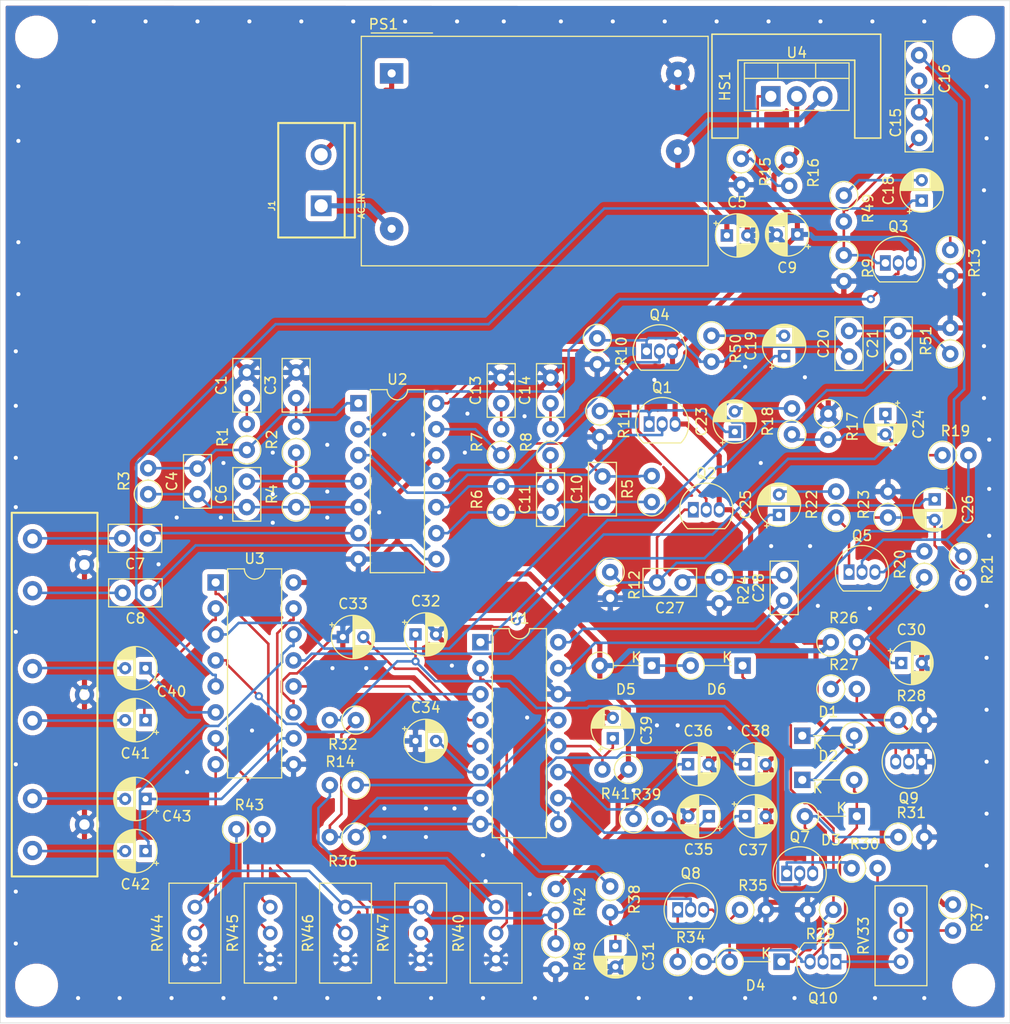
<source format=kicad_pcb>
(kicad_pcb (version 20171130) (host pcbnew 5.1.8-4.fc33)
  (layers (0 F.Cu signal) (31 B.Cu signal) (34 B.Paste user) (35 F.Paste user) (36 B.SilkS user) (37 F.SilkS user) (38 B.Mask user) (39 F.Mask user) (44 Edge.Cuts user))
  (net 0 "")
  (net 1 GND)
  (net 2 "Net-(C1-Pad1)")
  (net 3 Left_total_IN)
  (net 4 Right_total_IN)
  (net 5 Left_Front_OUT)
  (net 6 Right_Front_OUT)
  (net 7 Left_Back_OUT)
  (net 8 Right_Back_OUT)
  (net 9 "Net-(C3-Pad1)")
  (net 10 "Net-(C4-Pad1)")
  (net 11 "Net-(C4-Pad2)")
  (net 12 "Net-(C6-Pad2)")
  (net 13 "Net-(C7-Pad1)")
  (net 14 "Net-(C8-Pad1)")
  (net 15 "Net-(C10-Pad2)")
  (net 16 "Net-(C10-Pad1)")
  (net 17 "Net-(C11-Pad2)")
  (net 18 "Net-(C13-Pad1)")
  (net 19 "Net-(C14-Pad1)")
  (net 20 "Net-(C15-Pad2)")
  (net 21 "Net-(C15-Pad1)")
  (net 22 "Net-(C16-Pad1)")
  (net 23 "Net-(C18-Pad2)")
  (net 24 "Net-(C18-Pad1)")
  (net 25 "Net-(C19-Pad1)")
  (net 26 "Net-(C19-Pad2)")
  (net 27 "Net-(C20-Pad2)")
  (net 28 "Net-(C20-Pad1)")
  (net 29 "Net-(C21-Pad1)")
  (net 30 "Net-(C23-Pad2)")
  (net 31 "Net-(C23-Pad1)")
  (net 32 "Net-(C24-Pad1)")
  (net 33 "Net-(C24-Pad2)")
  (net 34 "Net-(C25-Pad2)")
  (net 35 "Net-(C25-Pad1)")
  (net 36 "Net-(C26-Pad1)")
  (net 37 "Net-(C26-Pad2)")
  (net 38 "Net-(C27-Pad1)")
  (net 39 "Net-(C28-Pad1)")
  (net 40 "Net-(C30-Pad1)")
  (net 41 "Net-(C31-Pad1)")
  (net 42 "Net-(C32-Pad1)")
  (net 43 "Net-(C33-Pad2)")
  (net 44 "Net-(C34-Pad2)")
  (net 45 "Net-(C35-Pad1)")
  (net 46 "Net-(C36-Pad1)")
  (net 47 "Net-(C37-Pad1)")
  (net 48 "Net-(C38-Pad1)")
  (net 49 "Net-(C39-Pad1)")
  (net 50 "Net-(C42-Pad1)")
  (net 51 "Net-(C43-Pad1)")
  (net 52 "Net-(D1-Pad2)")
  (net 53 "Net-(D1-Pad1)")
  (net 54 "Net-(D2-Pad2)")
  (net 55 "Net-(D3-Pad2)")
  (net 56 "Net-(D4-Pad2)")
  (net 57 +20V)
  (net 58 "Net-(D5-Pad1)")
  (net 59 "Net-(D6-Pad1)")
  (net 60 "Net-(Q1-Pad2)")
  (net 61 "Net-(Q2-Pad2)")
  (net 62 "Net-(Q3-Pad2)")
  (net 63 "Net-(Q4-Pad2)")
  (net 64 "Net-(Q5-Pad2)")
  (net 65 "Net-(Q5-Pad3)")
  (net 66 "Net-(Q7-Pad1)")
  (net 67 "Net-(Q8-Pad1)")
  (net 68 "Net-(Q9-Pad3)")
  (net 69 "Net-(Q10-Pad1)")
  (net 70 "Net-(Q10-Pad3)")
  (net 71 "Net-(R14-Pad1)")
  (net 72 "Net-(R14-Pad2)")
  (net 73 "Net-(R32-Pad1)")
  (net 74 "Net-(R36-Pad1)")
  (net 75 "Net-(R37-Pad2)")
  (net 76 "Net-(R42-Pad2)")
  (net 77 "Net-(R43-Pad2)")
  (net 78 "Net-(RV40-Pad2)")
  (net 79 "Net-(RV44-Pad2)")
  (net 80 "Net-(RV45-Pad2)")
  (net 81 "Net-(RV46-Pad2)")
  (net 82 "Net-(RV47-Pad2)")
  (net 83 "Net-(U1-Pad3)")
  (net 84 "Net-(U1-Pad5)")
  (net 85 "Net-(R15-Pad1)")
  (net 86 /Raw_Power)
  (net 87 /AC2)
  (net 88 /AC1)
  (net 89 "Net-(C40-Pad1)")
  (net 90 "Net-(C41-Pad1)")
  (module conn_02x07:6-way-rca-connector-on-edge (layer F.Cu) (at 100.7 117.9 270)
    (fp_text reference C2 (at 0 -2.54 270) (layer F.SilkS) (effects (font (size 0.6096 0.6096) (thickness 0.127))))
    (fp_text value 6-way-rca-connector hide)
    (pad 9 thru_hole circle (at 15.24 2.54 270) (size 1.8796 1.8796) (drill 1.016) (layers *.Cu *.Mask) (net 8 Right_Back_OUT))
    (pad 8 thru_hole circle (at 12.7 -2.54 270) (size 1.8796 1.8796) (drill 1.016) (layers *.Cu *.Mask) (net 1 GND))
    (pad 7 thru_hole circle (at 10.16 2.54 270) (size 1.8796 1.8796) (drill 1.016) (layers *.Cu *.Mask) (net 7 Left_Back_OUT))
    (pad 6 thru_hole circle (at 2.54 2.54 270) (size 1.8796 1.8796) (drill 1.016) (layers *.Cu *.Mask) (net 6 Right_Front_OUT))
    (pad 5 thru_hole circle (at 0 -2.54 270) (size 1.8796 1.8796) (drill 1.016) (layers *.Cu *.Mask) (net 1 GND))
    (pad 4 thru_hole circle (at -2.54 2.54 270) (size 1.8796 1.8796) (drill 1.016) (layers *.Cu *.Mask) (net 5 Left_Front_OUT))
    (pad 3 thru_hole circle (at -10.16 2.54 270) (size 1.8796 1.8796) (drill 1.016) (layers *.Cu *.Mask) (net 4 Right_total_IN))
    (pad 2 thru_hole circle (at -12.7 -2.54 270) (size 1.8796 1.8796) (drill 1.016) (layers *.Cu *.Mask) (net 1 GND))
    (pad 1 thru_hole circle (at -15.24 2.54 270) (size 1.8796 1.8796) (drill 1.016) (layers *.Cu *.Mask) (net 3 Left_total_IN))
  )
  (module Capacitor_THT:C_Disc_D5.0mm_W2.5mm_P2.50mm (layer F.Cu) (at 119.126 88.9 90)
    (fp_text reference C1 (at 1.25 -2.5 90) (layer F.SilkS))
    (fp_text value 18n hide)
    (pad 2 thru_hole circle (at 2.5 0 90) (size 1.6 1.6) (drill 0.8) (layers *.Cu *.Mask) (net 1 GND))
    (pad 1 thru_hole circle (at 0 0 90) (size 1.6 1.6) (drill 0.8) (layers *.Cu *.Mask) (net 2 "Net-(C1-Pad1)"))
  )
  (module Capacitor_THT:C_Disc_D5.0mm_W2.5mm_P2.50mm (layer F.Cu) (at 123.952 88.9 90)
    (fp_text reference C3 (at 1.25 -2.5 90) (layer F.SilkS))
    (fp_text value 100n hide)
    (pad 1 thru_hole circle (at 0 0 90) (size 1.6 1.6) (drill 0.8) (layers *.Cu *.Mask) (net 9 "Net-(C3-Pad1)"))
    (pad 2 thru_hole circle (at 2.5 0 90) (size 1.6 1.6) (drill 0.8) (layers *.Cu *.Mask) (net 1 GND))
  )
  (module Capacitor_THT:C_Disc_D5.0mm_W2.5mm_P2.50mm (layer F.Cu) (at 114.3 98.298 90)
    (fp_text reference C4 (at 1.25 -2.5 90) (layer F.SilkS))
    (fp_text value 3300p hide)
    (pad 1 thru_hole circle (at 0 0 90) (size 1.6 1.6) (drill 0.8) (layers *.Cu *.Mask) (net 10 "Net-(C4-Pad1)"))
    (pad 2 thru_hole circle (at 2.5 0 90) (size 1.6 1.6) (drill 0.8) (layers *.Cu *.Mask) (net 11 "Net-(C4-Pad2)"))
  )
  (module Capacitor_THT:C_Disc_D5.0mm_W2.5mm_P2.50mm (layer F.Cu) (at 119.126 99.568 90)
    (fp_text reference C6 (at 1.25 -2.5 90) (layer F.SilkS))
    (fp_text value 180n hide)
    (pad 2 thru_hole circle (at 2.5 0 90) (size 1.6 1.6) (drill 0.8) (layers *.Cu *.Mask) (net 12 "Net-(C6-Pad2)"))
    (pad 1 thru_hole circle (at 0 0 90) (size 1.6 1.6) (drill 0.8) (layers *.Cu *.Mask) (net 10 "Net-(C4-Pad1)"))
  )
  (module Capacitor_THT:C_Disc_D5.0mm_W2.5mm_P2.50mm (layer F.Cu) (at 109.434 102.616 180)
    (fp_text reference C7 (at 1.25 -2.5) (layer F.SilkS))
    (fp_text value 50n hide)
    (pad 2 thru_hole circle (at 2.5 0 180) (size 1.6 1.6) (drill 0.8) (layers *.Cu *.Mask) (net 3 Left_total_IN))
    (pad 1 thru_hole circle (at 0 0 180) (size 1.6 1.6) (drill 0.8) (layers *.Cu *.Mask) (net 13 "Net-(C7-Pad1)"))
  )
  (module Capacitor_THT:C_Disc_D5.0mm_W2.5mm_P2.50mm (layer F.Cu) (at 109.474 107.95 180)
    (fp_text reference C8 (at 1.25 -2.5) (layer F.SilkS))
    (fp_text value 50n hide)
    (pad 1 thru_hole circle (at 0 0 180) (size 1.6 1.6) (drill 0.8) (layers *.Cu *.Mask) (net 14 "Net-(C8-Pad1)"))
    (pad 2 thru_hole circle (at 2.5 0 180) (size 1.6 1.6) (drill 0.8) (layers *.Cu *.Mask) (net 4 Right_total_IN))
  )
  (module Capacitor_THT:C_Disc_D5.0mm_W2.5mm_P2.50mm (layer F.Cu) (at 153.924 99.06 90)
    (fp_text reference C10 (at 1.25 -2.5 90) (layer F.SilkS))
    (fp_text value 18n hide)
    (pad 2 thru_hole circle (at 2.5 0 90) (size 1.6 1.6) (drill 0.8) (layers *.Cu *.Mask) (net 15 "Net-(C10-Pad2)"))
    (pad 1 thru_hole circle (at 0 0 90) (size 1.6 1.6) (drill 0.8) (layers *.Cu *.Mask) (net 16 "Net-(C10-Pad1)"))
  )
  (module Capacitor_THT:C_Disc_D5.0mm_W2.5mm_P2.50mm (layer F.Cu) (at 148.844 100.076 90)
    (fp_text reference C11 (at 1.25 -2.5 90) (layer F.SilkS))
    (fp_text value 3300p hide)
    (pad 1 thru_hole circle (at 0 0 90) (size 1.6 1.6) (drill 0.8) (layers *.Cu *.Mask) (net 16 "Net-(C10-Pad1)"))
    (pad 2 thru_hole circle (at 2.5 0 90) (size 1.6 1.6) (drill 0.8) (layers *.Cu *.Mask) (net 17 "Net-(C11-Pad2)"))
  )
  (module Capacitor_THT:C_Disc_D5.0mm_W2.5mm_P2.50mm (layer F.Cu) (at 144.018 89.408 90)
    (fp_text reference C13 (at 1.25 -2.5 90) (layer F.SilkS))
    (fp_text value 100n hide)
    (pad 1 thru_hole circle (at 0 0 90) (size 1.6 1.6) (drill 0.8) (layers *.Cu *.Mask) (net 18 "Net-(C13-Pad1)"))
    (pad 2 thru_hole circle (at 2.5 0 90) (size 1.6 1.6) (drill 0.8) (layers *.Cu *.Mask) (net 1 GND))
  )
  (module Capacitor_THT:C_Disc_D5.0mm_W2.5mm_P2.50mm (layer F.Cu) (at 148.844 89.408 90)
    (fp_text reference C14 (at 1.25 -2.5 90) (layer F.SilkS))
    (fp_text value 18n hide)
    (pad 2 thru_hole circle (at 2.5 0 90) (size 1.6 1.6) (drill 0.8) (layers *.Cu *.Mask) (net 1 GND))
    (pad 1 thru_hole circle (at 0 0 90) (size 1.6 1.6) (drill 0.8) (layers *.Cu *.Mask) (net 19 "Net-(C14-Pad1)"))
  )
  (module Capacitor_THT:C_Disc_D5.0mm_W2.5mm_P2.50mm (layer F.Cu) (at 184.912 60.96 270)
    (fp_text reference C15 (at 1.016 2.286 90) (layer F.SilkS))
    (fp_text value 39n hide)
    (pad 2 thru_hole circle (at 2.5 0 270) (size 1.6 1.6) (drill 0.8) (layers *.Cu *.Mask) (net 20 "Net-(C15-Pad2)"))
    (pad 1 thru_hole circle (at 0 0 270) (size 1.6 1.6) (drill 0.8) (layers *.Cu *.Mask) (net 21 "Net-(C15-Pad1)"))
  )
  (module Capacitor_THT:C_Disc_D5.0mm_W2.5mm_P2.50mm (layer F.Cu) (at 184.912 55.372 270)
    (fp_text reference C16 (at 2.286 -2.5 90) (layer F.SilkS))
    (fp_text value 4.7n hide)
    (pad 1 thru_hole circle (at 0 0 270) (size 1.6 1.6) (drill 0.8) (layers *.Cu *.Mask) (net 22 "Net-(C16-Pad1)"))
    (pad 2 thru_hole circle (at 2.5 0 270) (size 1.6 1.6) (drill 0.8) (layers *.Cu *.Mask) (net 21 "Net-(C15-Pad1)"))
  )
  (module Capacitor_THT:CP_Radial_D4.0mm_P2.00mm (layer F.Cu) (at 185.166 69.596 90)
    (fp_text reference C18 (at 1 -3.25 90) (layer F.SilkS))
    (fp_text value 5u hide)
    (pad 2 thru_hole circle (at 2 0 90) (size 1.2 1.2) (drill 0.6) (layers *.Cu *.Mask) (net 23 "Net-(C18-Pad2)"))
    (pad 1 thru_hole rect (at 0 0 90) (size 1.2 1.2) (drill 0.6) (layers *.Cu *.Mask) (net 24 "Net-(C18-Pad1)"))
  )
  (module Capacitor_THT:CP_Radial_D4.0mm_P2.00mm (layer F.Cu) (at 171.704 84.804 90)
    (fp_text reference C19 (at 1 -3.25 90) (layer F.SilkS))
    (fp_text value 5u hide)
    (pad 1 thru_hole rect (at 0 0 90) (size 1.2 1.2) (drill 0.6) (layers *.Cu *.Mask) (net 25 "Net-(C19-Pad1)"))
    (pad 2 thru_hole circle (at 2 0 90) (size 1.2 1.2) (drill 0.6) (layers *.Cu *.Mask) (net 26 "Net-(C19-Pad2)"))
  )
  (module Capacitor_THT:CP_Radial_D4.0mm_P2.00mm (layer F.Cu) (at 166.878 92.202 90)
    (fp_text reference C23 (at 1 -3.25 90) (layer F.SilkS))
    (fp_text value 15u hide)
    (pad 2 thru_hole circle (at 2 0 90) (size 1.2 1.2) (drill 0.6) (layers *.Cu *.Mask) (net 30 "Net-(C23-Pad2)"))
    (pad 1 thru_hole rect (at 0 0 90) (size 1.2 1.2) (drill 0.6) (layers *.Cu *.Mask) (net 31 "Net-(C23-Pad1)"))
  )
  (module Capacitor_THT:CP_Radial_D4.0mm_P2.00mm (layer F.Cu) (at 181.61 90.456 270)
    (fp_text reference C24 (at 1 -3.25 90) (layer F.SilkS))
    (fp_text value 5u hide)
    (pad 1 thru_hole rect (at 0 0 270) (size 1.2 1.2) (drill 0.6) (layers *.Cu *.Mask) (net 32 "Net-(C24-Pad1)"))
    (pad 2 thru_hole circle (at 2 0 270) (size 1.2 1.2) (drill 0.6) (layers *.Cu *.Mask) (net 33 "Net-(C24-Pad2)"))
  )
  (module Capacitor_THT:CP_Radial_D4.0mm_P2.00mm (layer F.Cu) (at 171.196 100.33 90)
    (fp_text reference C25 (at 1 -3.25 90) (layer F.SilkS))
    (fp_text value 15u hide)
    (pad 2 thru_hole circle (at 2 0 90) (size 1.2 1.2) (drill 0.6) (layers *.Cu *.Mask) (net 34 "Net-(C25-Pad2)"))
    (pad 1 thru_hole rect (at 0 0 90) (size 1.2 1.2) (drill 0.6) (layers *.Cu *.Mask) (net 35 "Net-(C25-Pad1)"))
  )
  (module Capacitor_THT:CP_Radial_D4.0mm_P2.00mm (layer F.Cu) (at 186.436 98.806 270)
    (fp_text reference C26 (at 1 -3.25 90) (layer F.SilkS))
    (fp_text value 5u hide)
    (pad 1 thru_hole rect (at 0 0 270) (size 1.2 1.2) (drill 0.6) (layers *.Cu *.Mask) (net 36 "Net-(C26-Pad1)"))
    (pad 2 thru_hole circle (at 2 0 270) (size 1.2 1.2) (drill 0.6) (layers *.Cu *.Mask) (net 37 "Net-(C26-Pad2)"))
  )
  (module Capacitor_THT:CP_Radial_D4.0mm_P2.00mm (layer F.Cu) (at 183.166 114.808)
    (fp_text reference C30 (at 1 -3.25) (layer F.SilkS))
    (fp_text value 3.9u hide)
    (pad 2 thru_hole circle (at 2 0) (size 1.2 1.2) (drill 0.6) (layers *.Cu *.Mask) (net 1 GND))
    (pad 1 thru_hole rect (at 0 0) (size 1.2 1.2) (drill 0.6) (layers *.Cu *.Mask) (net 40 "Net-(C30-Pad1)"))
  )
  (module Capacitor_THT:CP_Radial_D4.0mm_P2.00mm (layer F.Cu) (at 155.194 142.494 270)
    (fp_text reference C31 (at 1 -3.25 90) (layer F.SilkS))
    (fp_text value 3u hide)
    (pad 1 thru_hole rect (at 0 0 270) (size 1.2 1.2) (drill 0.6) (layers *.Cu *.Mask) (net 41 "Net-(C31-Pad1)"))
    (pad 2 thru_hole circle (at 2 0 270) (size 1.2 1.2) (drill 0.6) (layers *.Cu *.Mask) (net 1 GND))
  )
  (module Capacitor_THT:CP_Radial_D4.0mm_P2.00mm (layer F.Cu) (at 135.636 112.014)
    (fp_text reference C32 (at 1 -3.25) (layer F.SilkS))
    (fp_text value 3u hide)
    (pad 2 thru_hole circle (at 2 0) (size 1.2 1.2) (drill 0.6) (layers *.Cu *.Mask) (net 1 GND))
    (pad 1 thru_hole rect (at 0 0) (size 1.2 1.2) (drill 0.6) (layers *.Cu *.Mask) (net 42 "Net-(C32-Pad1)"))
  )
  (module Capacitor_THT:CP_Radial_D4.0mm_P2.00mm (layer F.Cu) (at 128.524 112.268)
    (fp_text reference C33 (at 1 -3.25) (layer F.SilkS))
    (fp_text value 2.2u hide)
    (pad 1 thru_hole rect (at 0 0) (size 1.2 1.2) (drill 0.6) (layers *.Cu *.Mask) (net 1 GND))
    (pad 2 thru_hole circle (at 2 0) (size 1.2 1.2) (drill 0.6) (layers *.Cu *.Mask) (net 43 "Net-(C33-Pad2)"))
  )
  (module Capacitor_THT:CP_Radial_D4.0mm_P2.00mm (layer F.Cu) (at 135.636 122.428)
    (fp_text reference C34 (at 1 -3.25) (layer F.SilkS))
    (fp_text value 2.2u hide)
    (pad 2 thru_hole circle (at 2 0) (size 1.2 1.2) (drill 0.6) (layers *.Cu *.Mask) (net 44 "Net-(C34-Pad2)"))
    (pad 1 thru_hole rect (at 0 0) (size 1.2 1.2) (drill 0.6) (layers *.Cu *.Mask) (net 1 GND))
  )
  (module Capacitor_THT:CP_Radial_D4.0mm_P2.00mm (layer F.Cu) (at 164.338 129.794 180)
    (fp_text reference C35 (at 1 -3.25) (layer F.SilkS))
    (fp_text value 2.2u hide)
    (pad 2 thru_hole circle (at 2 0 180) (size 1.2 1.2) (drill 0.6) (layers *.Cu *.Mask) (net 1 GND))
    (pad 1 thru_hole rect (at 0 0 180) (size 1.2 1.2) (drill 0.6) (layers *.Cu *.Mask) (net 45 "Net-(C35-Pad1)"))
  )
  (module Capacitor_THT:CP_Radial_D4.0mm_P2.00mm (layer F.Cu) (at 162.306 124.714)
    (fp_text reference C36 (at 1 -3.25) (layer F.SilkS))
    (fp_text value 0.15u hide)
    (pad 1 thru_hole rect (at 0 0) (size 1.2 1.2) (drill 0.6) (layers *.Cu *.Mask) (net 46 "Net-(C36-Pad1)"))
    (pad 2 thru_hole circle (at 2 0) (size 1.2 1.2) (drill 0.6) (layers *.Cu *.Mask) (net 1 GND))
  )
  (module Capacitor_THT:CP_Radial_D4.0mm_P2.00mm (layer F.Cu) (at 167.894 129.794)
    (fp_text reference C37 (at 0.762 3.302) (layer F.SilkS))
    (fp_text value 1u hide)
    (pad 1 thru_hole rect (at 0 0) (size 1.2 1.2) (drill 0.6) (layers *.Cu *.Mask) (net 47 "Net-(C37-Pad1)"))
    (pad 2 thru_hole circle (at 2 0) (size 1.2 1.2) (drill 0.6) (layers *.Cu *.Mask) (net 1 GND))
  )
  (module Capacitor_THT:CP_Radial_D4.0mm_P2.00mm (layer F.Cu) (at 167.894 124.714)
    (fp_text reference C38 (at 1 -3.25) (layer F.SilkS))
    (fp_text value 1u hide)
    (pad 2 thru_hole circle (at 2 0) (size 1.2 1.2) (drill 0.6) (layers *.Cu *.Mask) (net 1 GND))
    (pad 1 thru_hole rect (at 0 0) (size 1.2 1.2) (drill 0.6) (layers *.Cu *.Mask) (net 48 "Net-(C38-Pad1)"))
  )
  (module Capacitor_THT:CP_Radial_D4.0mm_P2.00mm (layer F.Cu) (at 154.94 122.174 90)
    (fp_text reference C39 (at 0.762 3.302 90) (layer F.SilkS))
    (fp_text value 20u hide)
    (pad 1 thru_hole rect (at 0 0 90) (size 1.2 1.2) (drill 0.6) (layers *.Cu *.Mask) (net 49 "Net-(C39-Pad1)"))
    (pad 2 thru_hole circle (at 2 0 90) (size 1.2 1.2) (drill 0.6) (layers *.Cu *.Mask) (net 1 GND))
  )
  (module Package_TO_SOT_THT:TO-92_Inline (layer F.Cu) (at 158.496 91.44)
    (fp_text reference Q1 (at 1.27 -3.56) (layer F.SilkS))
    (fp_text value MPSA18 hide)
    (pad 2 thru_hole oval (at 1.27 0) (size 1.05 1.5) (drill 0.75) (layers *.Cu *.Mask) (net 60 "Net-(Q1-Pad2)"))
    (pad 3 thru_hole oval (at 2.54 0) (size 1.05 1.5) (drill 0.75) (layers *.Cu *.Mask) (net 57 +20V))
    (pad 1 thru_hole rect (at 0 0) (size 1.05 1.5) (drill 0.75) (layers *.Cu *.Mask) (net 31 "Net-(C23-Pad1)"))
  )
  (module Package_TO_SOT_THT:TO-92_Inline (layer F.Cu) (at 162.814 99.822)
    (fp_text reference Q2 (at 1.27 -3.56) (layer F.SilkS))
    (fp_text value MPSA18 hide)
    (pad 1 thru_hole rect (at 0 0) (size 1.05 1.5) (drill 0.75) (layers *.Cu *.Mask) (net 35 "Net-(C25-Pad1)"))
    (pad 3 thru_hole oval (at 2.54 0) (size 1.05 1.5) (drill 0.75) (layers *.Cu *.Mask) (net 57 +20V))
    (pad 2 thru_hole oval (at 1.27 0) (size 1.05 1.5) (drill 0.75) (layers *.Cu *.Mask) (net 61 "Net-(Q2-Pad2)"))
  )
  (module Package_TO_SOT_THT:TO-92_Inline (layer F.Cu) (at 181.61 75.692)
    (fp_text reference Q3 (at 1.27 -3.56) (layer F.SilkS))
    (fp_text value MPSA18 hide)
    (pad 2 thru_hole oval (at 1.27 0) (size 1.05 1.5) (drill 0.75) (layers *.Cu *.Mask) (net 62 "Net-(Q3-Pad2)"))
    (pad 3 thru_hole oval (at 2.54 0) (size 1.05 1.5) (drill 0.75) (layers *.Cu *.Mask) (net 57 +20V))
    (pad 1 thru_hole rect (at 0 0) (size 1.05 1.5) (drill 0.75) (layers *.Cu *.Mask) (net 20 "Net-(C15-Pad2)"))
  )
  (module Package_TO_SOT_THT:TO-92_Inline (layer F.Cu) (at 158.242 84.328)
    (fp_text reference Q4 (at 1.27 -3.56) (layer F.SilkS))
    (fp_text value MPSA18 hide)
    (pad 1 thru_hole rect (at 0 0) (size 1.05 1.5) (drill 0.75) (layers *.Cu *.Mask) (net 28 "Net-(C20-Pad1)"))
    (pad 3 thru_hole oval (at 2.54 0) (size 1.05 1.5) (drill 0.75) (layers *.Cu *.Mask) (net 57 +20V))
    (pad 2 thru_hole oval (at 1.27 0) (size 1.05 1.5) (drill 0.75) (layers *.Cu *.Mask) (net 63 "Net-(Q4-Pad2)"))
  )
  (module Package_TO_SOT_THT:TO-92_Inline (layer F.Cu) (at 178.054 105.918)
    (fp_text reference Q5 (at 1.27 -3.56) (layer F.SilkS))
    (fp_text value 2N5461 hide)
    (pad 2 thru_hole oval (at 1.27 0) (size 1.05 1.5) (drill 0.75) (layers *.Cu *.Mask) (net 64 "Net-(Q5-Pad2)"))
    (pad 3 thru_hole oval (at 2.54 0) (size 1.05 1.5) (drill 0.75) (layers *.Cu *.Mask) (net 65 "Net-(Q5-Pad3)"))
    (pad 1 thru_hole rect (at 0 0) (size 1.05 1.5) (drill 0.75) (layers *.Cu *.Mask) (net 37 "Net-(C26-Pad2)"))
  )
  (module Package_TO_SOT_THT:TO-92_Inline (layer F.Cu) (at 171.958 135.382)
    (fp_text reference Q7 (at 1.27 -3.56) (layer F.SilkS))
    (fp_text value MPSA55 hide)
    (pad 1 thru_hole rect (at 0 0) (size 1.05 1.5) (drill 0.75) (layers *.Cu *.Mask) (net 66 "Net-(Q7-Pad1)"))
    (pad 3 thru_hole oval (at 2.54 0) (size 1.05 1.5) (drill 0.75) (layers *.Cu *.Mask) (net 55 "Net-(D3-Pad2)"))
    (pad 2 thru_hole oval (at 1.27 0) (size 1.05 1.5) (drill 0.75) (layers *.Cu *.Mask) (net 42 "Net-(C32-Pad1)"))
  )
  (module Package_TO_SOT_THT:TO-92_Inline (layer F.Cu) (at 161.29 138.938)
    (fp_text reference Q8 (at 1.27 -3.56) (layer F.SilkS))
    (fp_text value MPSA55 hide)
    (pad 2 thru_hole oval (at 1.27 0) (size 1.05 1.5) (drill 0.75) (layers *.Cu *.Mask) (net 41 "Net-(C31-Pad1)"))
    (pad 3 thru_hole oval (at 2.54 0) (size 1.05 1.5) (drill 0.75) (layers *.Cu *.Mask) (net 56 "Net-(D4-Pad2)"))
    (pad 1 thru_hole rect (at 0 0) (size 1.05 1.5) (drill 0.75) (layers *.Cu *.Mask) (net 67 "Net-(Q8-Pad1)"))
  )
  (module Package_TO_SOT_THT:TO-92_Inline (layer F.Cu) (at 185.166 124.46 180)
    (fp_text reference Q9 (at 1.27 -3.56) (layer F.SilkS))
    (fp_text value MPSA18 hide)
    (pad 2 thru_hole oval (at 1.27 0 180) (size 1.05 1.5) (drill 0.75) (layers *.Cu *.Mask) (net 53 "Net-(D1-Pad1)"))
    (pad 3 thru_hole oval (at 2.54 0 180) (size 1.05 1.5) (drill 0.75) (layers *.Cu *.Mask) (net 68 "Net-(Q9-Pad3)"))
    (pad 1 thru_hole rect (at 0 0 180) (size 1.05 1.5) (drill 0.75) (layers *.Cu *.Mask) (net 1 GND))
  )
  (module Package_TO_SOT_THT:TO-92_Inline (layer F.Cu) (at 176.784 144.018 180)
    (fp_text reference Q10 (at 1.27 -3.56) (layer F.SilkS))
    (fp_text value MPSA55 hide)
    (pad 1 thru_hole rect (at 0 0 180) (size 1.05 1.5) (drill 0.75) (layers *.Cu *.Mask) (net 69 "Net-(Q10-Pad1)"))
    (pad 3 thru_hole oval (at 2.54 0 180) (size 1.05 1.5) (drill 0.75) (layers *.Cu *.Mask) (net 70 "Net-(Q10-Pad3)"))
    (pad 2 thru_hole oval (at 1.27 0 180) (size 1.05 1.5) (drill 0.75) (layers *.Cu *.Mask) (net 59 "Net-(D6-Pad1)"))
  )
  (module Resistor_THT:R_Axial_DIN0207_L6.3mm_D2.5mm_P2.54mm_Vertical (layer F.Cu) (at 119.126 93.98 90)
    (fp_text reference R1 (at 1.27 -2.37 90) (layer F.SilkS))
    (fp_text value 3.9k hide)
    (pad 2 thru_hole oval (at 2.54 0 90) (size 1.6 1.6) (drill 0.8) (layers *.Cu *.Mask) (net 2 "Net-(C1-Pad1)"))
    (pad 1 thru_hole circle (at 0 0 90) (size 1.6 1.6) (drill 0.8) (layers *.Cu *.Mask) (net 11 "Net-(C4-Pad2)"))
  )
  (module Resistor_THT:R_Axial_DIN0207_L6.3mm_D2.5mm_P2.54mm_Vertical (layer F.Cu) (at 123.952 94.234 90)
    (fp_text reference R2 (at 1.27 -2.37 90) (layer F.SilkS))
    (fp_text value 3.9k hide)
    (pad 1 thru_hole circle (at 0 0 90) (size 1.6 1.6) (drill 0.8) (layers *.Cu *.Mask) (net 12 "Net-(C6-Pad2)"))
    (pad 2 thru_hole oval (at 2.54 0 90) (size 1.6 1.6) (drill 0.8) (layers *.Cu *.Mask) (net 9 "Net-(C3-Pad1)"))
  )
  (module Resistor_THT:R_Axial_DIN0207_L6.3mm_D2.5mm_P2.54mm_Vertical (layer F.Cu) (at 109.474 98.298 90)
    (fp_text reference R3 (at 1.27 -2.37 90) (layer F.SilkS))
    (fp_text value 4.7k hide)
    (pad 2 thru_hole oval (at 2.54 0 90) (size 1.6 1.6) (drill 0.8) (layers *.Cu *.Mask) (net 11 "Net-(C4-Pad2)"))
    (pad 1 thru_hole circle (at 0 0 90) (size 1.6 1.6) (drill 0.8) (layers *.Cu *.Mask) (net 10 "Net-(C4-Pad1)"))
  )
  (module Resistor_THT:R_Axial_DIN0207_L6.3mm_D2.5mm_P2.54mm_Vertical (layer F.Cu) (at 123.952 99.568 90)
    (fp_text reference R4 (at 1.27 -2.37 90) (layer F.SilkS))
    (fp_text value 4.7k hide)
    (pad 1 thru_hole circle (at 0 0 90) (size 1.6 1.6) (drill 0.8) (layers *.Cu *.Mask) (net 10 "Net-(C4-Pad1)"))
    (pad 2 thru_hole oval (at 2.54 0 90) (size 1.6 1.6) (drill 0.8) (layers *.Cu *.Mask) (net 12 "Net-(C6-Pad2)"))
  )
  (module Resistor_THT:R_Axial_DIN0207_L6.3mm_D2.5mm_P2.54mm_Vertical (layer F.Cu) (at 158.75 99.06 90)
    (fp_text reference R5 (at 1.27 -2.37 90) (layer F.SilkS))
    (fp_text value 4.7k hide)
    (pad 2 thru_hole oval (at 2.54 0 90) (size 1.6 1.6) (drill 0.8) (layers *.Cu *.Mask) (net 15 "Net-(C10-Pad2)"))
    (pad 1 thru_hole circle (at 0 0 90) (size 1.6 1.6) (drill 0.8) (layers *.Cu *.Mask) (net 16 "Net-(C10-Pad1)"))
  )
  (module Resistor_THT:R_Axial_DIN0207_L6.3mm_D2.5mm_P2.54mm_Vertical (layer F.Cu) (at 144.018 100.076 90)
    (fp_text reference R6 (at 1.27 -2.37 90) (layer F.SilkS))
    (fp_text value 4.7k hide)
    (pad 2 thru_hole oval (at 2.54 0 90) (size 1.6 1.6) (drill 0.8) (layers *.Cu *.Mask) (net 17 "Net-(C11-Pad2)"))
    (pad 1 thru_hole circle (at 0 0 90) (size 1.6 1.6) (drill 0.8) (layers *.Cu *.Mask) (net 16 "Net-(C10-Pad1)"))
  )
  (module Resistor_THT:R_Axial_DIN0207_L6.3mm_D2.5mm_P2.54mm_Vertical (layer F.Cu) (at 144.018 94.488 90)
    (fp_text reference R7 (at 1.27 -2.37 90) (layer F.SilkS))
    (fp_text value 3.9k hide)
    (pad 2 thru_hole oval (at 2.54 0 90) (size 1.6 1.6) (drill 0.8) (layers *.Cu *.Mask) (net 18 "Net-(C13-Pad1)"))
    (pad 1 thru_hole circle (at 0 0 90) (size 1.6 1.6) (drill 0.8) (layers *.Cu *.Mask) (net 15 "Net-(C10-Pad2)"))
  )
  (module Resistor_THT:R_Axial_DIN0207_L6.3mm_D2.5mm_P2.54mm_Vertical (layer F.Cu) (at 148.844 94.488 90)
    (fp_text reference R8 (at 1.27 -2.37 90) (layer F.SilkS))
    (fp_text value 3.9k hide)
    (pad 1 thru_hole circle (at 0 0 90) (size 1.6 1.6) (drill 0.8) (layers *.Cu *.Mask) (net 17 "Net-(C11-Pad2)"))
    (pad 2 thru_hole oval (at 2.54 0 90) (size 1.6 1.6) (drill 0.8) (layers *.Cu *.Mask) (net 19 "Net-(C14-Pad1)"))
  )
  (module Resistor_THT:R_Axial_DIN0207_L6.3mm_D2.5mm_P2.54mm_Vertical (layer F.Cu) (at 177.546 74.93 270)
    (fp_text reference R9 (at 1.27 -2.37 90) (layer F.SilkS))
    (fp_text value 4.3k hide)
    (pad 1 thru_hole circle (at 0 0 270) (size 1.6 1.6) (drill 0.8) (layers *.Cu *.Mask) (net 20 "Net-(C15-Pad2)"))
    (pad 2 thru_hole oval (at 2.54 0 270) (size 1.6 1.6) (drill 0.8) (layers *.Cu *.Mask) (net 1 GND))
  )
  (module Resistor_THT:R_Axial_DIN0207_L6.3mm_D2.5mm_P2.54mm_Vertical (layer F.Cu) (at 153.416 83.058 270)
    (fp_text reference R10 (at 1.27 -2.37 90) (layer F.SilkS))
    (fp_text value 4.3k hide)
    (pad 1 thru_hole circle (at 0 0 270) (size 1.6 1.6) (drill 0.8) (layers *.Cu *.Mask) (net 28 "Net-(C20-Pad1)"))
    (pad 2 thru_hole oval (at 2.54 0 270) (size 1.6 1.6) (drill 0.8) (layers *.Cu *.Mask) (net 1 GND))
  )
  (module Resistor_THT:R_Axial_DIN0207_L6.3mm_D2.5mm_P2.54mm_Vertical (layer F.Cu) (at 153.67 90.17 270)
    (fp_text reference R11 (at 1.27 -2.37 90) (layer F.SilkS))
    (fp_text value 4.3k hide)
    (pad 2 thru_hole oval (at 2.54 0 270) (size 1.6 1.6) (drill 0.8) (layers *.Cu *.Mask) (net 1 GND))
    (pad 1 thru_hole circle (at 0 0 270) (size 1.6 1.6) (drill 0.8) (layers *.Cu *.Mask) (net 31 "Net-(C23-Pad1)"))
  )
  (module Resistor_THT:R_Axial_DIN0207_L6.3mm_D2.5mm_P2.54mm_Vertical (layer F.Cu) (at 154.686 105.918 270)
    (fp_text reference R12 (at 1.27 -2.37 90) (layer F.SilkS))
    (fp_text value 4.3k hide)
    (pad 1 thru_hole circle (at 0 0 270) (size 1.6 1.6) (drill 0.8) (layers *.Cu *.Mask) (net 35 "Net-(C25-Pad1)"))
    (pad 2 thru_hole oval (at 2.54 0 270) (size 1.6 1.6) (drill 0.8) (layers *.Cu *.Mask) (net 1 GND))
  )
  (module Resistor_THT:R_Axial_DIN0207_L6.3mm_D2.5mm_P2.54mm_Vertical (layer F.Cu) (at 187.96 74.422 270)
    (fp_text reference R13 (at 1.27 -2.37 90) (layer F.SilkS))
    (fp_text value 5.1k hide)
    (pad 1 thru_hole circle (at 0 0 270) (size 1.6 1.6) (drill 0.8) (layers *.Cu *.Mask) (net 21 "Net-(C15-Pad1)"))
    (pad 2 thru_hole oval (at 2.54 0 270) (size 1.6 1.6) (drill 0.8) (layers *.Cu *.Mask) (net 1 GND))
  )
  (module Resistor_THT:R_Axial_DIN0207_L6.3mm_D2.5mm_P2.54mm_Vertical (layer F.Cu) (at 129.794 126.746 180)
    (fp_text reference R14 (at 1.524 2.286) (layer F.SilkS))
    (fp_text value 3.3k hide)
    (pad 1 thru_hole circle (at 0 0 180) (size 1.6 1.6) (drill 0.8) (layers *.Cu *.Mask) (net 71 "Net-(R14-Pad1)"))
    (pad 2 thru_hole oval (at 2.54 0 180) (size 1.6 1.6) (drill 0.8) (layers *.Cu *.Mask) (net 72 "Net-(R14-Pad2)"))
  )
  (module Resistor_THT:R_Axial_DIN0207_L6.3mm_D2.5mm_P2.54mm_Vertical (layer F.Cu) (at 176.022 90.424 270)
    (fp_text reference R17 (at 1.27 -2.37 90) (layer F.SilkS))
    (fp_text value 100k hide)
    (pad 2 thru_hole oval (at 2.54 0 270) (size 1.6 1.6) (drill 0.8) (layers *.Cu *.Mask) (net 33 "Net-(C24-Pad2)"))
    (pad 1 thru_hole circle (at 0 0 270) (size 1.6 1.6) (drill 0.8) (layers *.Cu *.Mask) (net 1 GND))
  )
  (module Resistor_THT:R_Axial_DIN0207_L6.3mm_D2.5mm_P2.54mm_Vertical (layer F.Cu) (at 172.466 92.456 90)
    (fp_text reference R18 (at 1.27 -2.37 90) (layer F.SilkS))
    (fp_text value 2k hide)
    (pad 2 thru_hole oval (at 2.54 0 90) (size 1.6 1.6) (drill 0.8) (layers *.Cu *.Mask) (net 30 "Net-(C23-Pad2)"))
    (pad 1 thru_hole circle (at 0 0 90) (size 1.6 1.6) (drill 0.8) (layers *.Cu *.Mask) (net 33 "Net-(C24-Pad2)"))
  )
  (module Resistor_THT:R_Axial_DIN0207_L6.3mm_D2.5mm_P2.54mm_Vertical (layer F.Cu) (at 187.198 94.488)
    (fp_text reference R19 (at 1.27 -2.37) (layer F.SilkS))
    (fp_text value 300 hide)
    (pad 2 thru_hole oval (at 2.54 0) (size 1.6 1.6) (drill 0.8) (layers *.Cu *.Mask) (net 64 "Net-(Q5-Pad2)"))
    (pad 1 thru_hole circle (at 0 0) (size 1.6 1.6) (drill 0.8) (layers *.Cu *.Mask) (net 33 "Net-(C24-Pad2)"))
  )
  (module Resistor_THT:R_Axial_DIN0207_L6.3mm_D2.5mm_P2.54mm_Vertical (layer F.Cu) (at 185.42 106.426 90)
    (fp_text reference R20 (at 1.27 -2.37 90) (layer F.SilkS))
    (fp_text value 100k hide)
    (pad 2 thru_hole oval (at 2.54 0 90) (size 1.6 1.6) (drill 0.8) (layers *.Cu *.Mask) (net 65 "Net-(Q5-Pad3)"))
    (pad 1 thru_hole circle (at 0 0 90) (size 1.6 1.6) (drill 0.8) (layers *.Cu *.Mask) (net 40 "Net-(C30-Pad1)"))
  )
  (module Resistor_THT:R_Axial_DIN0207_L6.3mm_D2.5mm_P2.54mm_Vertical (layer F.Cu) (at 189.23 104.394 270)
    (fp_text reference R21 (at 1.27 -2.37 90) (layer F.SilkS))
    (fp_text value 6.2k hide)
    (pad 1 thru_hole circle (at 0 0 270) (size 1.6 1.6) (drill 0.8) (layers *.Cu *.Mask) (net 64 "Net-(Q5-Pad2)"))
    (pad 2 thru_hole oval (at 2.54 0 270) (size 1.6 1.6) (drill 0.8) (layers *.Cu *.Mask) (net 37 "Net-(C26-Pad2)"))
  )
  (module Resistor_THT:R_Axial_DIN0207_L6.3mm_D2.5mm_P2.54mm_Vertical (layer F.Cu) (at 176.784 100.584 90)
    (fp_text reference R22 (at 1.27 -2.37 90) (layer F.SilkS))
    (fp_text value 2k hide)
    (pad 2 thru_hole oval (at 2.54 0 90) (size 1.6 1.6) (drill 0.8) (layers *.Cu *.Mask) (net 34 "Net-(C25-Pad2)"))
    (pad 1 thru_hole circle (at 0 0 90) (size 1.6 1.6) (drill 0.8) (layers *.Cu *.Mask) (net 37 "Net-(C26-Pad2)"))
  )
  (module Resistor_THT:R_Axial_DIN0207_L6.3mm_D2.5mm_P2.54mm_Vertical (layer F.Cu) (at 181.864 100.584 90)
    (fp_text reference R23 (at 1.27 -2.37 90) (layer F.SilkS))
    (fp_text value 100k hide)
    (pad 1 thru_hole circle (at 0 0 90) (size 1.6 1.6) (drill 0.8) (layers *.Cu *.Mask) (net 37 "Net-(C26-Pad2)"))
    (pad 2 thru_hole oval (at 2.54 0 90) (size 1.6 1.6) (drill 0.8) (layers *.Cu *.Mask) (net 1 GND))
  )
  (module Resistor_THT:R_Axial_DIN0207_L6.3mm_D2.5mm_P2.54mm_Vertical (layer F.Cu) (at 165.354 106.426 270)
    (fp_text reference R24 (at 1.27 -2.37 90) (layer F.SilkS))
    (fp_text value 5.1k hide)
    (pad 1 thru_hole circle (at 0 0 270) (size 1.6 1.6) (drill 0.8) (layers *.Cu *.Mask) (net 38 "Net-(C27-Pad1)"))
    (pad 2 thru_hole oval (at 2.54 0 270) (size 1.6 1.6) (drill 0.8) (layers *.Cu *.Mask) (net 1 GND))
  )
  (module Resistor_THT:R_Axial_DIN0207_L6.3mm_D2.5mm_P2.54mm_Vertical (layer F.Cu) (at 176.276 112.776)
    (fp_text reference R26 (at 1.27 -2.37) (layer F.SilkS))
    (fp_text value 470k hide)
    (pad 2 thru_hole oval (at 2.54 0) (size 1.6 1.6) (drill 0.8) (layers *.Cu *.Mask) (net 40 "Net-(C30-Pad1)"))
    (pad 1 thru_hole circle (at 0 0) (size 1.6 1.6) (drill 0.8) (layers *.Cu *.Mask) (net 57 +20V))
  )
  (module Resistor_THT:R_Axial_DIN0207_L6.3mm_D2.5mm_P2.54mm_Vertical (layer F.Cu) (at 176.276 117.348)
    (fp_text reference R27 (at 1.27 -2.37) (layer F.SilkS))
    (fp_text value 1k hide)
    (pad 1 thru_hole circle (at 0 0) (size 1.6 1.6) (drill 0.8) (layers *.Cu *.Mask) (net 40 "Net-(C30-Pad1)"))
    (pad 2 thru_hole oval (at 2.54 0) (size 1.6 1.6) (drill 0.8) (layers *.Cu *.Mask) (net 68 "Net-(Q9-Pad3)"))
  )
  (module Resistor_THT:R_Axial_DIN0207_L6.3mm_D2.5mm_P2.54mm_Vertical (layer F.Cu) (at 182.88 120.396)
    (fp_text reference R28 (at 1.27 -2.37) (layer F.SilkS))
    (fp_text value 51k hide)
    (pad 1 thru_hole circle (at 0 0) (size 1.6 1.6) (drill 0.8) (layers *.Cu *.Mask) (net 53 "Net-(D1-Pad1)"))
    (pad 2 thru_hole oval (at 2.54 0) (size 1.6 1.6) (drill 0.8) (layers *.Cu *.Mask) (net 1 GND))
  )
  (module Resistor_THT:R_Axial_DIN0207_L6.3mm_D2.5mm_P2.54mm_Vertical (layer F.Cu) (at 176.53 138.938 180)
    (fp_text reference R29 (at 1.27 -2.37) (layer F.SilkS))
    (fp_text value 82k hide)
    (pad 1 thru_hole circle (at 0 0 180) (size 1.6 1.6) (drill 0.8) (layers *.Cu *.Mask) (net 59 "Net-(D6-Pad1)"))
    (pad 2 thru_hole oval (at 2.54 0 180) (size 1.6 1.6) (drill 0.8) (layers *.Cu *.Mask) (net 1 GND))
  )
  (module Resistor_THT:R_Axial_DIN0207_L6.3mm_D2.5mm_P2.54mm_Vertical (layer F.Cu) (at 178.308 134.874)
    (fp_text reference R30 (at 1.27 -2.37) (layer F.SilkS))
    (fp_text value 1k hide)
    (pad 1 thru_hole circle (at 0 0) (size 1.6 1.6) (drill 0.8) (layers *.Cu *.Mask) (net 66 "Net-(Q7-Pad1)"))
    (pad 2 thru_hole oval (at 2.54 0) (size 1.6 1.6) (drill 0.8) (layers *.Cu *.Mask) (net 70 "Net-(Q10-Pad3)"))
  )
  (module Resistor_THT:R_Axial_DIN0207_L6.3mm_D2.5mm_P2.54mm_Vertical (layer F.Cu) (at 182.88 131.826)
    (fp_text reference R31 (at 1.27 -2.37) (layer F.SilkS))
    (fp_text value 2k hide)
    (pad 2 thru_hole oval (at 2.54 0) (size 1.6 1.6) (drill 0.8) (layers *.Cu *.Mask) (net 1 GND))
    (pad 1 thru_hole circle (at 0 0) (size 1.6 1.6) (drill 0.8) (layers *.Cu *.Mask) (net 55 "Net-(D3-Pad2)"))
  )
  (module Resistor_THT:R_Axial_DIN0207_L6.3mm_D2.5mm_P2.54mm_Vertical (layer F.Cu) (at 129.794 120.396 180)
    (fp_text reference R32 (at 1.27 -2.37) (layer F.SilkS))
    (fp_text value 1k hide)
    (pad 2 thru_hole oval (at 2.54 0 180) (size 1.6 1.6) (drill 0.8) (layers *.Cu *.Mask) (net 42 "Net-(C32-Pad1)"))
    (pad 1 thru_hole circle (at 0 0 180) (size 1.6 1.6) (drill 0.8) (layers *.Cu *.Mask) (net 73 "Net-(R32-Pad1)"))
  )
  (module Resistor_THT:R_Axial_DIN0207_L6.3mm_D2.5mm_P2.54mm_Vertical (layer F.Cu) (at 161.29 144.018)
    (fp_text reference R34 (at 1.27 -2.37) (layer F.SilkS))
    (fp_text value 1k hide)
    (pad 2 thru_hole oval (at 2.54 0) (size 1.6 1.6) (drill 0.8) (layers *.Cu *.Mask) (net 70 "Net-(Q10-Pad3)"))
    (pad 1 thru_hole circle (at 0 0) (size 1.6 1.6) (drill 0.8) (layers *.Cu *.Mask) (net 67 "Net-(Q8-Pad1)"))
  )
  (module Resistor_THT:R_Axial_DIN0207_L6.3mm_D2.5mm_P2.54mm_Vertical (layer F.Cu) (at 167.386 138.938)
    (fp_text reference R35 (at 1.27 -2.37) (layer F.SilkS))
    (fp_text value 2k hide)
    (pad 1 thru_hole circle (at 0 0) (size 1.6 1.6) (drill 0.8) (layers *.Cu *.Mask) (net 56 "Net-(D4-Pad2)"))
    (pad 2 thru_hole oval (at 2.54 0) (size 1.6 1.6) (drill 0.8) (layers *.Cu *.Mask) (net 1 GND))
  )
  (module Resistor_THT:R_Axial_DIN0207_L6.3mm_D2.5mm_P2.54mm_Vertical (layer F.Cu) (at 129.794 131.826 180)
    (fp_text reference R36 (at 1.27 -2.37) (layer F.SilkS))
    (fp_text value 2.7k hide)
    (pad 1 thru_hole circle (at 0 0 180) (size 1.6 1.6) (drill 0.8) (layers *.Cu *.Mask) (net 74 "Net-(R36-Pad1)"))
    (pad 2 thru_hole oval (at 2.54 0 180) (size 1.6 1.6) (drill 0.8) (layers *.Cu *.Mask) (net 73 "Net-(R32-Pad1)"))
  )
  (module Resistor_THT:R_Axial_DIN0207_L6.3mm_D2.5mm_P2.54mm_Vertical (layer F.Cu) (at 188.214 138.43 270)
    (fp_text reference R37 (at 1.27 -2.37 90) (layer F.SilkS))
    (fp_text value 240 hide)
    (pad 2 thru_hole oval (at 2.54 0 270) (size 1.6 1.6) (drill 0.8) (layers *.Cu *.Mask) (net 75 "Net-(R37-Pad2)"))
    (pad 1 thru_hole circle (at 0 0 270) (size 1.6 1.6) (drill 0.8) (layers *.Cu *.Mask) (net 57 +20V))
  )
  (module Resistor_THT:R_Axial_DIN0207_L6.3mm_D2.5mm_P2.54mm_Vertical (layer F.Cu) (at 154.686 136.652 270)
    (fp_text reference R38 (at 1.27 -2.37 90) (layer F.SilkS))
    (fp_text value 1k hide)
    (pad 2 thru_hole oval (at 2.54 0 270) (size 1.6 1.6) (drill 0.8) (layers *.Cu *.Mask) (net 41 "Net-(C31-Pad1)"))
    (pad 1 thru_hole circle (at 0 0 270) (size 1.6 1.6) (drill 0.8) (layers *.Cu *.Mask) (net 74 "Net-(R36-Pad1)"))
  )
  (module Resistor_THT:R_Axial_DIN0207_L6.3mm_D2.5mm_P2.54mm_Vertical (layer F.Cu) (at 156.972 130.048)
    (fp_text reference R39 (at 1.27 -2.37) (layer F.SilkS))
    (fp_text value 30 hide)
    (pad 2 thru_hole oval (at 2.54 0) (size 1.6 1.6) (drill 0.8) (layers *.Cu *.Mask) (net 45 "Net-(C35-Pad1)"))
    (pad 1 thru_hole circle (at 0 0) (size 1.6 1.6) (drill 0.8) (layers *.Cu *.Mask) (net 46 "Net-(C36-Pad1)"))
  )
  (module Resistor_THT:R_Axial_DIN0207_L6.3mm_D2.5mm_P2.54mm_Vertical (layer F.Cu) (at 156.464 125.222 180)
    (fp_text reference R41 (at 1.27 -2.37) (layer F.SilkS))
    (fp_text value 51 hide)
    (pad 1 thru_hole circle (at 0 0 180) (size 1.6 1.6) (drill 0.8) (layers *.Cu *.Mask) (net 57 +20V))
    (pad 2 thru_hole oval (at 2.54 0 180) (size 1.6 1.6) (drill 0.8) (layers *.Cu *.Mask) (net 49 "Net-(C39-Pad1)"))
  )
  (module Resistor_THT:R_Axial_DIN0207_L6.3mm_D2.5mm_P2.54mm_Vertical (layer F.Cu) (at 149.352 136.906 270)
    (fp_text reference R42 (at 1.27 -2.37 90) (layer F.SilkS))
    (fp_text value 910 hide)
    (pad 2 thru_hole oval (at 2.54 0 270) (size 1.6 1.6) (drill 0.8) (layers *.Cu *.Mask) (net 76 "Net-(R42-Pad2)"))
    (pad 1 thru_hole circle (at 0 0 270) (size 1.6 1.6) (drill 0.8) (layers *.Cu *.Mask) (net 57 +20V))
  )
  (module Resistor_THT:R_Axial_DIN0207_L6.3mm_D2.5mm_P2.54mm_Vertical (layer F.Cu) (at 118.11 131.064)
    (fp_text reference R43 (at 1.27 -2.37) (layer F.SilkS))
    (fp_text value 750 hide)
    (pad 1 thru_hole circle (at 0 0) (size 1.6 1.6) (drill 0.8) (layers *.Cu *.Mask) (net 76 "Net-(R42-Pad2)"))
    (pad 2 thru_hole oval (at 2.54 0) (size 1.6 1.6) (drill 0.8) (layers *.Cu *.Mask) (net 77 "Net-(R43-Pad2)"))
  )
  (module Resistor_THT:R_Axial_DIN0207_L6.3mm_D2.5mm_P2.54mm_Vertical (layer F.Cu) (at 149.352 142.24 270)
    (fp_text reference R48 (at 1.27 -2.37 90) (layer F.SilkS))
    (fp_text value 560 hide)
    (pad 2 thru_hole oval (at 2.54 0 270) (size 1.6 1.6) (drill 0.8) (layers *.Cu *.Mask) (net 1 GND))
    (pad 1 thru_hole circle (at 0 0 270) (size 1.6 1.6) (drill 0.8) (layers *.Cu *.Mask) (net 76 "Net-(R42-Pad2)"))
  )
  (module Resistor_THT:R_Axial_DIN0207_L6.3mm_D2.5mm_P2.54mm_Vertical (layer F.Cu) (at 177.546 69.088 270)
    (fp_text reference R49 (at 1.27 -2.37 90) (layer F.SilkS))
    (fp_text value 5.1k hide)
    (pad 2 thru_hole oval (at 2.54 0 270) (size 1.6 1.6) (drill 0.8) (layers *.Cu *.Mask) (net 20 "Net-(C15-Pad2)"))
    (pad 1 thru_hole circle (at 0 0 270) (size 1.6 1.6) (drill 0.8) (layers *.Cu *.Mask) (net 23 "Net-(C18-Pad2)"))
  )
  (module Resistor_THT:R_Axial_DIN0207_L6.3mm_D2.5mm_P2.54mm_Vertical (layer F.Cu) (at 164.592 82.804 270)
    (fp_text reference R50 (at 1.27 -2.37 90) (layer F.SilkS))
    (fp_text value 5.1k hide)
    (pad 1 thru_hole circle (at 0 0 270) (size 1.6 1.6) (drill 0.8) (layers *.Cu *.Mask) (net 26 "Net-(C19-Pad2)"))
    (pad 2 thru_hole oval (at 2.54 0 270) (size 1.6 1.6) (drill 0.8) (layers *.Cu *.Mask) (net 28 "Net-(C20-Pad1)"))
  )
  (module Resistor_THT:R_Axial_DIN0207_L6.3mm_D2.5mm_P2.54mm_Vertical (layer F.Cu) (at 187.96 84.582 90)
    (fp_text reference R51 (at 1.27 -2.37 90) (layer F.SilkS))
    (fp_text value 5.1k hide)
    (pad 1 thru_hole circle (at 0 0 90) (size 1.6 1.6) (drill 0.8) (layers *.Cu *.Mask) (net 27 "Net-(C20-Pad2)"))
    (pad 2 thru_hole oval (at 2.54 0 90) (size 1.6 1.6) (drill 0.8) (layers *.Cu *.Mask) (net 1 GND))
  )
  (module Potentiometer_THT:Potentiometer_Bourns_3296W_Vertical (layer F.Cu) (at 183.134 138.938 90)
    (fp_text reference RV33 (at -2.54 -3.66 90) (layer F.SilkS))
    (fp_text value 250 hide)
    (pad 1 thru_hole circle (at 0 0 90) (size 1.44 1.44) (drill 0.8) (layers *.Cu *.Mask) (net 75 "Net-(R37-Pad2)"))
    (pad 2 thru_hole circle (at -2.54 0 90) (size 1.44 1.44) (drill 0.8) (layers *.Cu *.Mask) (net 75 "Net-(R37-Pad2)"))
    (pad 3 thru_hole circle (at -5.08 0 90) (size 1.44 1.44) (drill 0.8) (layers *.Cu *.Mask) (net 69 "Net-(Q10-Pad1)"))
  )
  (module Potentiometer_THT:Potentiometer_Bourns_3296W_Vertical (layer F.Cu) (at 143.51 138.684 90)
    (fp_text reference RV40 (at -2.54 -3.66 90) (layer F.SilkS))
    (fp_text value 10k hide)
    (pad 1 thru_hole circle (at 0 0 90) (size 1.44 1.44) (drill 0.8) (layers *.Cu *.Mask) (net 72 "Net-(R14-Pad2)"))
    (pad 2 thru_hole circle (at -2.54 0 90) (size 1.44 1.44) (drill 0.8) (layers *.Cu *.Mask) (net 78 "Net-(RV40-Pad2)"))
    (pad 3 thru_hole circle (at -5.08 0 90) (size 1.44 1.44) (drill 0.8) (layers *.Cu *.Mask) (net 1 GND))
  )
  (module Potentiometer_THT:Potentiometer_Bourns_3296W_Vertical (layer F.Cu) (at 114.046 138.684 90)
    (fp_text reference RV44 (at -2.54 -3.66 90) (layer F.SilkS))
    (fp_text value 5k hide)
    (pad 3 thru_hole circle (at -5.08 0 90) (size 1.44 1.44) (drill 0.8) (layers *.Cu *.Mask) (net 1 GND))
    (pad 2 thru_hole circle (at -2.54 0 90) (size 1.44 1.44) (drill 0.8) (layers *.Cu *.Mask) (net 79 "Net-(RV44-Pad2)"))
    (pad 1 thru_hole circle (at 0 0 90) (size 1.44 1.44) (drill 0.8) (layers *.Cu *.Mask) (net 76 "Net-(R42-Pad2)"))
  )
  (module Potentiometer_THT:Potentiometer_Bourns_3296W_Vertical (layer F.Cu) (at 121.412 138.684 90)
    (fp_text reference RV45 (at -2.54 -3.66 90) (layer F.SilkS))
    (fp_text value 5k hide)
    (pad 3 thru_hole circle (at -5.08 0 90) (size 1.44 1.44) (drill 0.8) (layers *.Cu *.Mask) (net 1 GND))
    (pad 2 thru_hole circle (at -2.54 0 90) (size 1.44 1.44) (drill 0.8) (layers *.Cu *.Mask) (net 80 "Net-(RV45-Pad2)"))
    (pad 1 thru_hole circle (at 0 0 90) (size 1.44 1.44) (drill 0.8) (layers *.Cu *.Mask) (net 77 "Net-(R43-Pad2)"))
  )
  (module Potentiometer_THT:Potentiometer_Bourns_3296W_Vertical (layer F.Cu) (at 128.778 138.684 90)
    (fp_text reference RV46 (at -2.54 -3.66 90) (layer F.SilkS))
    (fp_text value 5k hide)
    (pad 1 thru_hole circle (at 0 0 90) (size 1.44 1.44) (drill 0.8) (layers *.Cu *.Mask) (net 76 "Net-(R42-Pad2)"))
    (pad 2 thru_hole circle (at -2.54 0 90) (size 1.44 1.44) (drill 0.8) (layers *.Cu *.Mask) (net 81 "Net-(RV46-Pad2)"))
    (pad 3 thru_hole circle (at -5.08 0 90) (size 1.44 1.44) (drill 0.8) (layers *.Cu *.Mask) (net 1 GND))
  )
  (module Potentiometer_THT:Potentiometer_Bourns_3296W_Vertical (layer F.Cu) (at 136.144 138.684 90)
    (fp_text reference RV47 (at -2.54 -3.66 90) (layer F.SilkS))
    (fp_text value 5k hide)
    (pad 3 thru_hole circle (at -5.08 0 90) (size 1.44 1.44) (drill 0.8) (layers *.Cu *.Mask) (net 1 GND))
    (pad 2 thru_hole circle (at -2.54 0 90) (size 1.44 1.44) (drill 0.8) (layers *.Cu *.Mask) (net 82 "Net-(RV47-Pad2)"))
    (pad 1 thru_hole circle (at 0 0 90) (size 1.44 1.44) (drill 0.8) (layers *.Cu *.Mask) (net 76 "Net-(R42-Pad2)"))
  )
  (module Package_DIP:DIP-16_W7.62mm (layer F.Cu) (at 141.986 112.776)
    (fp_text reference U1 (at 3.81 -2.33) (layer F.SilkS))
    (fp_text value MC1315)
    (pad 1 thru_hole rect (at 0 0) (size 1.6 1.6) (drill 0.8) (layers *.Cu *.Mask) (net 29 "Net-(C21-Pad1)"))
    (pad 9 thru_hole oval (at 7.62 17.78) (size 1.6 1.6) (drill 0.8) (layers *.Cu *.Mask) (net 48 "Net-(C38-Pad1)"))
    (pad 2 thru_hole oval (at 0 2.54) (size 1.6 1.6) (drill 0.8) (layers *.Cu *.Mask) (net 78 "Net-(RV40-Pad2)"))
    (pad 10 thru_hole oval (at 7.62 15.24) (size 1.6 1.6) (drill 0.8) (layers *.Cu *.Mask) (net 47 "Net-(C37-Pad1)"))
    (pad 3 thru_hole oval (at 0 5.08) (size 1.6 1.6) (drill 0.8) (layers *.Cu *.Mask) (net 83 "Net-(U1-Pad3)"))
    (pad 11 thru_hole oval (at 7.62 12.7) (size 1.6 1.6) (drill 0.8) (layers *.Cu *.Mask) (net 46 "Net-(C36-Pad1)"))
    (pad 4 thru_hole oval (at 0 7.62) (size 1.6 1.6) (drill 0.8) (layers *.Cu *.Mask) (net 43 "Net-(C33-Pad2)"))
    (pad 12 thru_hole oval (at 7.62 10.16) (size 1.6 1.6) (drill 0.8) (layers *.Cu *.Mask) (net 49 "Net-(C39-Pad1)"))
    (pad 5 thru_hole oval (at 0 10.16) (size 1.6 1.6) (drill 0.8) (layers *.Cu *.Mask) (net 84 "Net-(U1-Pad5)"))
    (pad 13 thru_hole oval (at 7.62 7.62) (size 1.6 1.6) (drill 0.8) (layers *.Cu *.Mask) (net 71 "Net-(R14-Pad1)"))
    (pad 6 thru_hole oval (at 0 12.7) (size 1.6 1.6) (drill 0.8) (layers *.Cu *.Mask) (net 44 "Net-(C34-Pad2)"))
    (pad 14 thru_hole oval (at 7.62 5.08) (size 1.6 1.6) (drill 0.8) (layers *.Cu *.Mask) (net 1 GND))
    (pad 7 thru_hole oval (at 0 15.24) (size 1.6 1.6) (drill 0.8) (layers *.Cu *.Mask) (net 73 "Net-(R32-Pad1)"))
    (pad 15 thru_hole oval (at 7.62 2.54) (size 1.6 1.6) (drill 0.8) (layers *.Cu *.Mask) (net 22 "Net-(C16-Pad1)"))
    (pad 8 thru_hole oval (at 0 17.78) (size 1.6 1.6) (drill 0.8) (layers *.Cu *.Mask) (net 74 "Net-(R36-Pad1)"))
    (pad 16 thru_hole oval (at 7.62 0) (size 1.6 1.6) (drill 0.8) (layers *.Cu *.Mask) (net 39 "Net-(C28-Pad1)"))
  )
  (module Package_DIP:DIP-14_W7.62mm (layer F.Cu) (at 130.048 89.408)
    (fp_text reference U2 (at 3.81 -2.33) (layer F.SilkS))
    (fp_text value MC1312)
    (pad 1 thru_hole rect (at 0 0) (size 1.6 1.6) (drill 0.8) (layers *.Cu *.Mask) (net 11 "Net-(C4-Pad2)"))
    (pad 8 thru_hole oval (at 7.62 15.24) (size 1.6 1.6) (drill 0.8) (layers *.Cu *.Mask) (net 14 "Net-(C8-Pad1)"))
    (pad 2 thru_hole oval (at 0 2.54) (size 1.6 1.6) (drill 0.8) (layers *.Cu *.Mask) (net 62 "Net-(Q3-Pad2)"))
    (pad 9 thru_hole oval (at 7.62 12.7) (size 1.6 1.6) (drill 0.8) (layers *.Cu *.Mask) (net 16 "Net-(C10-Pad1)"))
    (pad 3 thru_hole oval (at 0 5.08) (size 1.6 1.6) (drill 0.8) (layers *.Cu *.Mask) (net 60 "Net-(Q1-Pad2)"))
    (pad 10 thru_hole oval (at 7.62 10.16) (size 1.6 1.6) (drill 0.8) (layers *.Cu *.Mask) (net 17 "Net-(C11-Pad2)"))
    (pad 4 thru_hole oval (at 0 7.62) (size 1.6 1.6) (drill 0.8) (layers *.Cu *.Mask) (net 12 "Net-(C6-Pad2)"))
    (pad 11 thru_hole oval (at 7.62 7.62) (size 1.6 1.6) (drill 0.8) (layers *.Cu *.Mask) (net 63 "Net-(Q4-Pad2)"))
    (pad 5 thru_hole oval (at 0 10.16) (size 1.6 1.6) (drill 0.8) (layers *.Cu *.Mask) (net 10 "Net-(C4-Pad1)"))
    (pad 12 thru_hole oval (at 7.62 5.08) (size 1.6 1.6) (drill 0.8) (layers *.Cu *.Mask) (net 57 +20V))
    (pad 6 thru_hole oval (at 0 12.7) (size 1.6 1.6) (drill 0.8) (layers *.Cu *.Mask) (net 13 "Net-(C7-Pad1)"))
    (pad 13 thru_hole oval (at 7.62 2.54) (size 1.6 1.6) (drill 0.8) (layers *.Cu *.Mask) (net 15 "Net-(C10-Pad2)"))
    (pad 7 thru_hole oval (at 0 15.24) (size 1.6 1.6) (drill 0.8) (layers *.Cu *.Mask) (net 1 GND))
    (pad 14 thru_hole oval (at 7.62 0) (size 1.6 1.6) (drill 0.8) (layers *.Cu *.Mask) (net 61 "Net-(Q2-Pad2)"))
  )
  (module Package_DIP:DIP-16_W7.62mm (layer F.Cu) (at 116.078 106.934)
    (fp_text reference U3 (at 3.81 -2.33) (layer F.SilkS))
    (fp_text value MC1314)
    (pad 16 thru_hole oval (at 7.62 0) (size 1.6 1.6) (drill 0.8) (layers *.Cu *.Mask) (net 57 +20V))
    (pad 8 thru_hole oval (at 0 17.78) (size 1.6 1.6) (drill 0.8) (layers *.Cu *.Mask) (net 79 "Net-(RV44-Pad2)"))
    (pad 15 thru_hole oval (at 7.62 2.54) (size 1.6 1.6) (drill 0.8) (layers *.Cu *.Mask) (net 82 "Net-(RV47-Pad2)"))
    (pad 7 thru_hole oval (at 0 15.24) (size 1.6 1.6) (drill 0.8) (layers *.Cu *.Mask) (net 80 "Net-(RV45-Pad2)"))
    (pad 14 thru_hole oval (at 7.62 5.08) (size 1.6 1.6) (drill 0.8) (layers *.Cu *.Mask) (net 50 "Net-(C42-Pad1)"))
    (pad 6 thru_hole oval (at 0 12.7) (size 1.6 1.6) (drill 0.8) (layers *.Cu *.Mask) (net 89 "Net-(C40-Pad1)"))
    (pad 13 thru_hole oval (at 7.62 7.62) (size 1.6 1.6) (drill 0.8) (layers *.Cu *.Mask) (net 36 "Net-(C26-Pad1)"))
    (pad 5 thru_hole oval (at 0 10.16) (size 1.6 1.6) (drill 0.8) (layers *.Cu *.Mask) (net 24 "Net-(C18-Pad1)"))
    (pad 12 thru_hole oval (at 7.62 10.16) (size 1.6 1.6) (drill 0.8) (layers *.Cu *.Mask) (net 84 "Net-(U1-Pad5)"))
    (pad 4 thru_hole oval (at 0 7.62) (size 1.6 1.6) (drill 0.8) (layers *.Cu *.Mask) (net 83 "Net-(U1-Pad3)"))
    (pad 11 thru_hole oval (at 7.62 12.7) (size 1.6 1.6) (drill 0.8) (layers *.Cu *.Mask) (net 32 "Net-(C24-Pad1)"))
    (pad 3 thru_hole oval (at 0 5.08) (size 1.6 1.6) (drill 0.8) (layers *.Cu *.Mask) (net 25 "Net-(C19-Pad1)"))
    (pad 10 thru_hole oval (at 7.62 15.24) (size 1.6 1.6) (drill 0.8) (layers *.Cu *.Mask) (net 51 "Net-(C43-Pad1)"))
    (pad 2 thru_hole oval (at 0 2.54) (size 1.6 1.6) (drill 0.8) (layers *.Cu *.Mask) (net 90 "Net-(C41-Pad1)"))
    (pad 9 thru_hole oval (at 7.62 17.78) (size 1.6 1.6) (drill 0.8) (layers *.Cu *.Mask) (net 1 GND))
    (pad 1 thru_hole rect (at 0 0) (size 1.6 1.6) (drill 0.8) (layers *.Cu *.Mask) (net 81 "Net-(RV46-Pad2)"))
  )
  (module Converter_ACDC:Converter_ACDC_MeanWell_IRM-02-xx_THT (layer F.Cu) (at 133.3 57.15)
    (fp_text reference PS1 (at -0.8 -4.8) (layer F.SilkS))
    (fp_text value IRM-02-24)
    (pad 3 thru_hole circle (at 28 0) (size 2.3 2.3) (drill 0.76) (layers *.Cu *.Mask) (net 1 GND))
    (pad 1 thru_hole rect (at 0 0) (size 2.3 2) (drill 0.8) (layers *.Cu *.Mask) (net 88 /AC1))
    (pad 2 thru_hole circle (at 0 15.2) (size 2.3 2.3) (drill 0.8) (layers *.Cu *.Mask) (net 87 /AC2))
    (pad 4 thru_hole circle (at 28 7.6) (size 2.3 2.3) (drill 0.76) (layers *.Cu *.Mask) (net 86 /Raw_Power))
  )
  (module Capacitor_THT:CP_Radial_D4.0mm_P2.00mm (layer F.Cu) (at 166.1 73)
    (fp_text reference C5 (at 1 -3.25) (layer F.SilkS))
    (fp_text value 0.1u)
    (pad 2 thru_hole circle (at 2 0) (size 1.2 1.2) (drill 0.6) (layers *.Cu *.Mask) (net 1 GND))
    (pad 1 thru_hole rect (at 0 0) (size 1.2 1.2) (drill 0.6) (layers *.Cu *.Mask) (net 86 /Raw_Power))
  )
  (module Capacitor_THT:CP_Radial_D4.0mm_P2.00mm (layer F.Cu) (at 173 72.9 180)
    (fp_text reference C9 (at 1 -3.25) (layer F.SilkS))
    (fp_text value 47u)
    (pad 1 thru_hole rect (at 0 0 180) (size 1.2 1.2) (drill 0.6) (layers *.Cu *.Mask) (net 57 +20V))
    (pad 2 thru_hole circle (at 2 0 180) (size 1.2 1.2) (drill 0.6) (layers *.Cu *.Mask) (net 1 GND))
  )
  (module MountingHole:MountingHole_3.2mm_M3 (layer F.Cu) (at 98.552 53.594)
    (fp_text reference H1 hide)
    (fp_text value MountingHole hide)
    (pad 1 np_thru_hole circle (at 0 0) (size 3.2 3.2) (drill 3.2) (layers *.Cu *.Mask))
  )
  (module MountingHole:MountingHole_3.2mm_M3 (layer F.Cu) (at 190.246 53.594)
    (fp_text reference H2 hide)
    (fp_text value MountingHole hide)
    (pad 1 np_thru_hole circle (at 0 0) (size 3.2 3.2) (drill 3.2) (layers *.Cu *.Mask))
  )
  (module MountingHole:MountingHole_3.2mm_M3 (layer F.Cu) (at 98.552 146.304)
    (fp_text reference H3 hide)
    (fp_text value MountingHole hide)
    (pad 1 np_thru_hole circle (at 0 0) (size 3.2 3.2) (drill 3.2) (layers *.Cu *.Mask))
  )
  (module MountingHole:MountingHole_3.2mm_M3 (layer F.Cu) (at 190.246 146.304)
    (fp_text reference H4 hide)
    (fp_text value MountingHole hide)
    (pad 1 np_thru_hole circle (at 0 0) (size 3.2 3.2) (drill 3.2) (layers *.Cu *.Mask))
  )
  (module TO220-heatsink:to220_heatsink (layer F.Cu) (at 172.9 58.4)
    (fp_text reference HS1 (at -6.985 0 90) (layer F.SilkS))
    (fp_text value Heatsink)
  )
  (module Connectors:SCREWTERMINAL-5MM-2 (layer F.Cu) (at 126.4 70.1 90)
    (fp_text reference J1 (at 0 -4.826 90) (layer F.SilkS) (effects (font (size 0.6096 0.6096) (thickness 0.127))))
    (fp_text value AC_IN (at 0 3.937 90) (layer F.SilkS) (effects (font (size 0.6096 0.6096) (thickness 0.127))))
    (pad 1 thru_hole rect (at 0 0 90) (size 2.032 2.032) (drill 1.29794) (layers *.Cu *.Mask) (net 87 /AC2))
    (pad 2 thru_hole circle (at 4.99872 0 90) (size 2.032 2.032) (drill 1.29794) (layers *.Cu *.Mask) (net 88 /AC1))
  )
  (module Resistor_THT:R_Axial_DIN0207_L6.3mm_D2.5mm_P2.54mm_Vertical (layer F.Cu) (at 167.5 65.5 270)
    (fp_text reference R15 (at 1.27 -2.37 90) (layer F.SilkS))
    (fp_text value 3.6k)
    (pad 2 thru_hole oval (at 2.54 0 270) (size 1.6 1.6) (drill 0.8) (layers *.Cu *.Mask) (net 1 GND))
    (pad 1 thru_hole circle (at 0 0 270) (size 1.6 1.6) (drill 0.8) (layers *.Cu *.Mask) (net 85 "Net-(R15-Pad1)"))
  )
  (module Resistor_THT:R_Axial_DIN0207_L6.3mm_D2.5mm_P2.54mm_Vertical (layer F.Cu) (at 172.2 65.6 270)
    (fp_text reference R16 (at 1.27 -2.37 90) (layer F.SilkS))
    (fp_text value 240)
    (pad 1 thru_hole circle (at 0 0 270) (size 1.6 1.6) (drill 0.8) (layers *.Cu *.Mask) (net 57 +20V))
    (pad 2 thru_hole oval (at 2.54 0 270) (size 1.6 1.6) (drill 0.8) (layers *.Cu *.Mask) (net 85 "Net-(R15-Pad1)"))
  )
  (module Package_TO_SOT_THT:TO-220-3_Vertical (layer F.Cu) (at 170.4 59.4)
    (fp_text reference U4 (at 2.54 -4.27) (layer F.SilkS))
    (fp_text value LM317)
    (pad 1 thru_hole rect (at 0 0) (size 1.905 2) (drill 1.1) (layers *.Cu *.Mask) (net 85 "Net-(R15-Pad1)"))
    (pad 2 thru_hole oval (at 2.54 0) (size 1.905 2) (drill 1.1) (layers *.Cu *.Mask) (net 57 +20V))
    (pad 3 thru_hole oval (at 5.08 0) (size 1.905 2) (drill 1.1) (layers *.Cu *.Mask) (net 86 /Raw_Power))
  )
  (module Capacitor_THT:C_Disc_D5.0mm_W2.5mm_P2.50mm (layer F.Cu) (at 178.054 84.836 90)
    (fp_text reference C20 (at 1.25 -2.5 90) (layer F.SilkS))
    (fp_text value 39n hide)
    (pad 1 thru_hole circle (at 0 0 90) (size 1.6 1.6) (drill 0.8) (layers *.Cu *.Mask) (net 28 "Net-(C20-Pad1)"))
    (pad 2 thru_hole circle (at 2.5 0 90) (size 1.6 1.6) (drill 0.8) (layers *.Cu *.Mask) (net 27 "Net-(C20-Pad2)"))
  )
  (module Capacitor_THT:C_Disc_D5.0mm_W2.5mm_P2.50mm (layer F.Cu) (at 182.88 84.836 90)
    (fp_text reference C21 (at 1.25 -2.5 90) (layer F.SilkS))
    (fp_text value 4.7n hide)
    (pad 2 thru_hole circle (at 2.5 0 90) (size 1.6 1.6) (drill 0.8) (layers *.Cu *.Mask) (net 27 "Net-(C20-Pad2)"))
    (pad 1 thru_hole circle (at 0 0 90) (size 1.6 1.6) (drill 0.8) (layers *.Cu *.Mask) (net 29 "Net-(C21-Pad1)"))
  )
  (module Capacitor_THT:C_Disc_D5.0mm_W2.5mm_P2.50mm (layer F.Cu) (at 161.766 106.934 180)
    (fp_text reference C27 (at 1.25 -2.5) (layer F.SilkS))
    (fp_text value 39n)
    (pad 1 thru_hole circle (at 0 0 180) (size 1.6 1.6) (drill 0.8) (layers *.Cu *.Mask) (net 38 "Net-(C27-Pad1)"))
    (pad 2 thru_hole circle (at 2.5 0 180) (size 1.6 1.6) (drill 0.8) (layers *.Cu *.Mask) (net 35 "Net-(C25-Pad1)"))
  )
  (module Capacitor_THT:C_Disc_D5.0mm_W2.5mm_P2.50mm (layer F.Cu) (at 171.704 108.712 90)
    (fp_text reference C28 (at 1.25 -2.5 90) (layer F.SilkS))
    (fp_text value 4700p hide)
    (pad 2 thru_hole circle (at 2.5 0 90) (size 1.6 1.6) (drill 0.8) (layers *.Cu *.Mask) (net 38 "Net-(C27-Pad1)"))
    (pad 1 thru_hole circle (at 0 0 90) (size 1.6 1.6) (drill 0.8) (layers *.Cu *.Mask) (net 39 "Net-(C28-Pad1)"))
  )
  (module Capacitor_THT:CP_Radial_D4.0mm_P2.00mm (layer F.Cu) (at 109.22 115.316 180)
    (fp_text reference C40 (at -2.54 -2.286) (layer F.SilkS))
    (fp_text value 1u)
    (pad 1 thru_hole rect (at 0 0 180) (size 1.2 1.2) (drill 0.6) (layers *.Cu *.Mask) (net 89 "Net-(C40-Pad1)"))
    (pad 2 thru_hole circle (at 2 0 180) (size 1.2 1.2) (drill 0.6) (layers *.Cu *.Mask) (net 5 Left_Front_OUT))
  )
  (module Capacitor_THT:CP_Radial_D4.0mm_P2.00mm (layer F.Cu) (at 109.22 120.396 180)
    (fp_text reference C41 (at 1 -3.25) (layer F.SilkS))
    (fp_text value 1u)
    (pad 2 thru_hole circle (at 2 0 180) (size 1.2 1.2) (drill 0.6) (layers *.Cu *.Mask) (net 6 Right_Front_OUT))
    (pad 1 thru_hole rect (at 0 0 180) (size 1.2 1.2) (drill 0.6) (layers *.Cu *.Mask) (net 90 "Net-(C41-Pad1)"))
  )
  (module Capacitor_THT:CP_Radial_D4.0mm_P2.00mm (layer F.Cu) (at 109.22 133.2 180)
    (fp_text reference C42 (at 1 -3.25) (layer F.SilkS))
    (fp_text value 1u)
    (pad 1 thru_hole rect (at 0 0 180) (size 1.2 1.2) (drill 0.6) (layers *.Cu *.Mask) (net 50 "Net-(C42-Pad1)"))
    (pad 2 thru_hole circle (at 2 0 180) (size 1.2 1.2) (drill 0.6) (layers *.Cu *.Mask) (net 8 Right_Back_OUT))
  )
  (module Capacitor_THT:CP_Radial_D4.0mm_P2.00mm (layer F.Cu) (at 109.22 128.1 180)
    (fp_text reference C43 (at -3.048 -1.694) (layer F.SilkS))
    (fp_text value 1u)
    (pad 2 thru_hole circle (at 2 0 180) (size 1.2 1.2) (drill 0.6) (layers *.Cu *.Mask) (net 7 Left_Back_OUT))
    (pad 1 thru_hole rect (at 0 0 180) (size 1.2 1.2) (drill 0.6) (layers *.Cu *.Mask) (net 51 "Net-(C43-Pad1)"))
  )
  (module Diode_THT:D_DO-35_SOD27_P5.08mm_Vertical_KathodeUp (layer F.Cu) (at 173.482 121.92)
    (fp_text reference D1 (at 2.54 -2.326371) (layer F.SilkS))
    (fp_text value 1N456 hide)
    (fp_text user K (at 1.5 0.8) (layer F.SilkS))
    (pad 1 thru_hole rect (at 0 0) (size 1.6 1.6) (drill 0.8) (layers *.Cu *.Mask) (net 53 "Net-(D1-Pad1)"))
    (pad 2 thru_hole oval (at 5.08 0) (size 1.6 1.6) (drill 0.8) (layers *.Cu *.Mask) (net 52 "Net-(D1-Pad2)"))
  )
  (module Diode_THT:D_DO-35_SOD27_P5.08mm_Vertical_KathodeUp (layer F.Cu) (at 173.482 126.238)
    (fp_text reference D2 (at 2.54 -2.326371) (layer F.SilkS))
    (fp_text value 1N456 hide)
    (fp_text user K (at 1.5 0.8) (layer F.SilkS))
    (pad 1 thru_hole rect (at 0 0) (size 1.6 1.6) (drill 0.8) (layers *.Cu *.Mask) (net 52 "Net-(D1-Pad2)"))
    (pad 2 thru_hole oval (at 5.08 0) (size 1.6 1.6) (drill 0.8) (layers *.Cu *.Mask) (net 54 "Net-(D2-Pad2)"))
  )
  (module Diode_THT:D_DO-35_SOD27_P5.08mm_Vertical_KathodeUp (layer F.Cu) (at 178.816 129.794 180)
    (fp_text reference D3 (at 2.54 -2.326371) (layer F.SilkS))
    (fp_text value 1N456 hide)
    (fp_text user K (at 1.5 0.8) (layer F.SilkS))
    (pad 2 thru_hole oval (at 5.08 0 180) (size 1.6 1.6) (drill 0.8) (layers *.Cu *.Mask) (net 55 "Net-(D3-Pad2)"))
    (pad 1 thru_hole rect (at 0 0 180) (size 1.6 1.6) (drill 0.8) (layers *.Cu *.Mask) (net 54 "Net-(D2-Pad2)"))
  )
  (module Diode_THT:D_DO-35_SOD27_P5.08mm_Vertical_KathodeUp (layer F.Cu) (at 171.45 144.018 180)
    (fp_text reference D4 (at 2.54 -2.326371) (layer F.SilkS))
    (fp_text value 1N456 hide)
    (fp_text user K (at 1.5 0.8) (layer F.SilkS))
    (pad 2 thru_hole oval (at 5.08 0 180) (size 1.6 1.6) (drill 0.8) (layers *.Cu *.Mask) (net 56 "Net-(D4-Pad2)"))
    (pad 1 thru_hole rect (at 0 0 180) (size 1.6 1.6) (drill 0.8) (layers *.Cu *.Mask) (net 54 "Net-(D2-Pad2)"))
  )
  (module Diode_THT:D_DO-35_SOD27_P5.08mm_Vertical_KathodeUp (layer F.Cu) (at 158.75 115.062 180)
    (fp_text reference D5 (at 2.54 -2.326371) (layer F.SilkS))
    (fp_text value 1N456 hide)
    (fp_text user K (at 1.5 0.8) (layer F.SilkS))
    (pad 2 thru_hole oval (at 5.08 0 180) (size 1.6 1.6) (drill 0.8) (layers *.Cu *.Mask) (net 57 +20V))
    (pad 1 thru_hole rect (at 0 0 180) (size 1.6 1.6) (drill 0.8) (layers *.Cu *.Mask) (net 58 "Net-(D5-Pad1)"))
  )
  (module Diode_THT:D_DO-35_SOD27_P5.08mm_Vertical_KathodeUp (layer F.Cu) (at 167.64 115.062 180)
    (fp_text reference D6 (at 2.54 -2.326371) (layer F.SilkS))
    (fp_text value 1N456 hide)
    (fp_text user K (at 1.5 0.8) (layer F.SilkS))
    (pad 1 thru_hole rect (at 0 0 180) (size 1.6 1.6) (drill 0.8) (layers *.Cu *.Mask) (net 59 "Net-(D6-Pad1)"))
    (pad 2 thru_hole oval (at 5.08 0 180) (size 1.6 1.6) (drill 0.8) (layers *.Cu *.Mask) (net 58 "Net-(D5-Pad1)"))
  )
  (gr_line (start 95 150) (end 95 50) (layer Edge.Cuts) (width 0.05))
  (gr_line (start 193.802 150) (end 95 150) (layer Edge.Cuts) (width 0.05))
  (gr_line (start 193.802 50.038) (end 193.802 150) (layer Edge.Cuts) (width 0.05))
  (gr_line (start 95 50) (end 193.802 50.038) (layer Edge.Cuts) (width 0.05))
  (segment (start 185.166 124.46) (end 185.166 125.8603) (width 0.5) (layer B.Cu) (net 1))
  (segment (start 185.166 125.8603) (end 185.42 126.1143) (width 0.5) (layer B.Cu) (net 1))
  (segment (start 185.42 126.1143) (end 185.42 131.826) (width 0.5) (layer B.Cu) (net 1))
  (segment (start 185.42 121.8463) (end 185.166 122.1003) (width 0.5) (layer B.Cu) (net 1))
  (segment (start 185.166 122.1003) (end 185.166 124.46) (width 0.5) (layer B.Cu) (net 1))
  (segment (start 185.42 120.396) (end 185.42 121.8463) (width 0.5) (layer B.Cu) (net 1))
  (segment (start 154.686 108.458) (end 154.686 109.0796) (width 0.5) (layer B.Cu) (net 1))
  (segment (start 154.686 109.0796) (end 151.2445 109.0796) (width 0.5) (layer B.Cu) (net 1))
  (segment (start 151.2445 109.0796) (end 148.1161 112.208) (width 0.5) (layer B.Cu) (net 1))
  (segment (start 148.1161 112.208) (end 148.1161 116.3661) (width 0.5) (layer B.Cu) (net 1))
  (segment (start 148.1161 116.3661) (end 149.606 117.856) (width 0.5) (layer B.Cu) (net 1))
  (segment (start 163.9037 108.966) (end 163.7901 109.0796) (width 0.5) (layer B.Cu) (net 1))
  (segment (start 163.7901 109.0796) (end 154.686 109.0796) (width 0.5) (layer B.Cu) (net 1))
  (segment (start 176.022 90.424) (end 181.864 96.266) (width 0.5) (layer F.Cu) (net 1))
  (segment (start 181.864 96.266) (end 181.864 96.5937) (width 0.5) (layer F.Cu) (net 1))
  (segment (start 176.022 90.424) (end 176.022 80.4443) (width 0.5) (layer F.Cu) (net 1))
  (segment (start 176.022 80.4443) (end 177.546 78.9203) (width 0.5) (layer F.Cu) (net 1))
  (segment (start 181.864 98.044) (end 181.864 96.5937) (width 0.5) (layer F.Cu) (net 1))
  (segment (start 181.864 98.044) (end 183.3454 99.5254) (width 0.5) (layer F.Cu) (net 1))
  (segment (start 183.3454 99.5254) (end 183.3454 109.4194) (width 0.5) (layer F.Cu) (net 1))
  (segment (start 183.3454 109.4194) (end 185.166 111.24) (width 0.5) (layer F.Cu) (net 1))
  (segment (start 185.166 111.24) (end 185.166 114.808) (width 0.5) (layer F.Cu) (net 1))
  (segment (start 185.42 118.9457) (end 185.166 118.6917) (width 0.5) (layer F.Cu) (net 1))
  (segment (start 185.166 118.6917) (end 185.166 114.808) (width 0.5) (layer F.Cu) (net 1))
  (segment (start 169.894 126.2495) (end 169.894 124.714) (width 0.5) (layer F.Cu) (net 1))
  (segment (start 169.894 129.794) (end 169.894 126.2495) (width 0.5) (layer F.Cu) (net 1))
  (segment (start 169.894 126.2495) (end 165.697 126.2495) (width 0.5) (layer F.Cu) (net 1))
  (segment (start 165.697 126.2495) (end 164.306 124.8585) (width 0.5) (layer F.Cu) (net 1))
  (segment (start 164.306 124.8585) (end 164.306 124.714) (width 0.5) (layer F.Cu) (net 1))
  (segment (start 165.697 126.2495) (end 162.338 129.6085) (width 0.5) (layer F.Cu) (net 1))
  (segment (start 162.338 129.6085) (end 162.338 129.794) (width 0.5) (layer F.Cu) (net 1))
  (segment (start 165.354 110.4163) (end 164.306 111.4643) (width 0.5) (layer F.Cu) (net 1))
  (segment (start 164.306 111.4643) (end 164.306 124.714) (width 0.5) (layer F.Cu) (net 1))
  (segment (start 187.96 82.042) (end 187.96 80.5917) (width 0.5) (layer B.Cu) (net 1))
  (segment (start 186.0017 77.47) (end 186.5097 76.962) (width 0.5) (layer B.Cu) (net 1))
  (segment (start 177.546 77.47) (end 186.0017 77.47) (width 0.5) (layer B.Cu) (net 1))
  (segment (start 186.0017 77.47) (end 186.0017 78.6334) (width 0.5) (layer B.Cu) (net 1))
  (segment (start 186.0017 78.6334) (end 187.96 80.5917) (width 0.5) (layer B.Cu) (net 1))
  (segment (start 185.42 131.826) (end 185.42 133.2763) (width 0.5) (layer B.Cu) (net 1))
  (segment (start 173.99 138.938) (end 176.4708 136.4572) (width 0.5) (layer B.Cu) (net 1))
  (segment (start 176.4708 136.4572) (end 182.2391 136.4572) (width 0.5) (layer B.Cu) (net 1))
  (segment (start 182.2391 136.4572) (end 185.42 133.2763) (width 0.5) (layer B.Cu) (net 1))
  (segment (start 173.99 138.938) (end 172.5397 138.938) (width 0.5) (layer F.Cu) (net 1))
  (segment (start 169.926 138.2128) (end 171.8145 138.2128) (width 0.5) (layer F.Cu) (net 1))
  (segment (start 171.8145 138.2128) (end 172.5397 138.938) (width 0.5) (layer F.Cu) (net 1))
  (segment (start 169.926 138.2128) (end 169.926 137.4877) (width 0.5) (layer F.Cu) (net 1))
  (segment (start 169.926 138.938) (end 169.926 138.2128) (width 0.5) (layer F.Cu) (net 1))
  (segment (start 167.5 69.4903) (end 168.1 70.0903) (width 0.5) (layer F.Cu) (net 1))
  (segment (start 168.1 70.0903) (end 168.1 73) (width 0.5) (layer F.Cu) (net 1))
  (segment (start 185.42 120.396) (end 185.42 118.9457) (width 0.5) (layer F.Cu) (net 1))
  (segment (start 165.354 108.966) (end 165.354 110.4163) (width 0.5) (layer F.Cu) (net 1))
  (segment (start 169.926 137.4877) (end 169.894 137.4557) (width 0.5) (layer F.Cu) (net 1))
  (segment (start 169.894 137.4557) (end 169.894 129.794) (width 0.5) (layer F.Cu) (net 1))
  (segment (start 165.354 108.966) (end 163.9037 108.966) (width 0.5) (layer B.Cu) (net 1))
  (segment (start 149.606 117.856) (end 151.0563 117.856) (width 0.5) (layer F.Cu) (net 1))
  (segment (start 154.94 120.174) (end 153.3743 120.174) (width 0.5) (layer F.Cu) (net 1))
  (segment (start 153.3743 120.174) (end 151.0563 117.856) (width 0.5) (layer F.Cu) (net 1))
  (segment (start 155.194 144.494) (end 155.337 144.494) (width 0.5) (layer B.Cu) (net 1))
  (segment (start 155.337 144.494) (end 159.1497 140.6813) (width 0.5) (layer B.Cu) (net 1))
  (segment (start 159.1497 140.6813) (end 168.1827 140.6813) (width 0.5) (layer B.Cu) (net 1))
  (segment (start 168.1827 140.6813) (end 169.926 138.938) (width 0.5) (layer B.Cu) (net 1))
  (segment (start 149.352 144.78) (end 150.8023 144.78) (width 0.5) (layer B.Cu) (net 1))
  (segment (start 155.194 144.494) (end 151.0883 144.494) (width 0.5) (layer B.Cu) (net 1))
  (segment (start 151.0883 144.494) (end 150.8023 144.78) (width 0.5) (layer B.Cu) (net 1))
  (segment (start 152.1774 88.1676) (end 150.1036 88.1676) (width 0.5) (layer F.Cu) (net 1))
  (segment (start 150.1036 88.1676) (end 148.844 86.908) (width 0.5) (layer F.Cu) (net 1))
  (segment (start 153.416 87.0483) (end 152.2967 88.1676) (width 0.5) (layer F.Cu) (net 1))
  (segment (start 152.2967 88.1676) (end 152.1774 88.1676) (width 0.5) (layer F.Cu) (net 1))
  (segment (start 152.1774 88.1676) (end 152.1774 91.2174) (width 0.5) (layer F.Cu) (net 1))
  (segment (start 152.1774 91.2174) (end 153.67 92.71) (width 0.5) (layer F.Cu) (net 1))
  (segment (start 143.51 143.764) (end 136.144 143.764) (width 0.5) (layer B.Cu) (net 1))
  (segment (start 147.9017 144.78) (end 146.8857 143.764) (width 0.5) (layer B.Cu) (net 1))
  (segment (start 146.8857 143.764) (end 143.51 143.764) (width 0.5) (layer B.Cu) (net 1))
  (segment (start 130.048 104.648) (end 130.048 106.0983) (width 0.5) (layer B.Cu) (net 1))
  (segment (start 130.0596 110.7324) (end 128.524 112.268) (width 0.5) (layer B.Cu) (net 1))
  (segment (start 137.636 112.014) (end 137.636 111.8395) (width 0.5) (layer B.Cu) (net 1))
  (segment (start 137.636 111.8395) (end 136.5289 110.7324) (width 0.5) (layer B.Cu) (net 1))
  (segment (start 136.5289 110.7324) (end 130.0596 110.7324) (width 0.5) (layer B.Cu) (net 1))
  (segment (start 130.048 106.0983) (end 130.0596 106.1099) (width 0.5) (layer B.Cu) (net 1))
  (segment (start 130.0596 106.1099) (end 130.0596 110.7324) (width 0.5) (layer B.Cu) (net 1))
  (segment (start 103.24 117.9) (end 103.24 105.2) (width 0.5) (layer F.Cu) (net 1))
  (segment (start 103.24 130.6) (end 103.24 117.9) (width 0.5) (layer F.Cu) (net 1))
  (segment (start 137.636 112.014) (end 138.3244 111.3256) (width 0.5) (layer F.Cu) (net 1))
  (segment (start 138.3244 111.3256) (end 143.0756 111.3256) (width 0.5) (layer F.Cu) (net 1))
  (segment (start 143.0756 111.3256) (end 148.1557 116.4057) (width 0.5) (layer F.Cu) (net 1))
  (segment (start 148.1557 116.4057) (end 148.1557 117.856) (width 0.5) (layer F.Cu) (net 1))
  (segment (start 177.546 77.47) (end 177.546 78.9203) (width 0.5) (layer F.Cu) (net 1))
  (segment (start 187.96 76.962) (end 186.5097 76.962) (width 0.5) (layer B.Cu) (net 1))
  (segment (start 171 73) (end 171 73.0593) (width 0.5) (layer B.Cu) (net 1))
  (segment (start 171 73.0593) (end 175.4107 77.47) (width 0.5) (layer B.Cu) (net 1))
  (segment (start 175.4107 77.47) (end 177.546 77.47) (width 0.5) (layer B.Cu) (net 1))
  (segment (start 153.67 92.71) (end 153.67 94.1603) (width 0.5) (layer F.Cu) (net 1))
  (segment (start 153.67 94.1603) (end 156.1441 96.6344) (width 0.5) (layer F.Cu) (net 1))
  (segment (start 156.1441 96.6344) (end 156.1441 106.9999) (width 0.5) (layer F.Cu) (net 1))
  (segment (start 156.1441 106.9999) (end 154.686 108.458) (width 0.5) (layer F.Cu) (net 1))
  (segment (start 144.018 86.908) (end 124.46 86.908) (width 0.5) (layer B.Cu) (net 1))
  (segment (start 124.46 86.908) (end 123.952 86.4) (width 0.5) (layer B.Cu) (net 1))
  (segment (start 148.844 86.908) (end 144.018 86.908) (width 0.5) (layer B.Cu) (net 1))
  (segment (start 123.952 86.4) (end 119.126 86.4) (width 0.5) (layer B.Cu) (net 1))
  (segment (start 114.046 143.764) (end 103.24 132.958) (width 0.5) (layer F.Cu) (net 1))
  (segment (start 103.24 132.958) (end 103.24 130.6) (width 0.5) (layer F.Cu) (net 1))
  (segment (start 149.606 117.856) (end 148.1557 117.856) (width 0.5) (layer F.Cu) (net 1))
  (segment (start 135.636 122.428) (end 135.636 123.6783) (width 0.5) (layer F.Cu) (net 1))
  (segment (start 135.636 123.6783) (end 134.7387 124.5756) (width 0.5) (layer F.Cu) (net 1))
  (segment (start 134.7387 124.5756) (end 134.7387 142.3587) (width 0.5) (layer F.Cu) (net 1))
  (segment (start 134.7387 142.3587) (end 136.144 143.764) (width 0.5) (layer F.Cu) (net 1))
  (segment (start 167.5 68.04) (end 167.5 69.4903) (width 0.5) (layer F.Cu) (net 1))
  (segment (start 171 73) (end 171 72.9) (width 0.5) (layer B.Cu) (net 1))
  (segment (start 171 73) (end 168.1 73) (width 0.5) (layer B.Cu) (net 1))
  (segment (start 153.416 85.598) (end 153.416 87.0483) (width 0.5) (layer F.Cu) (net 1))
  (segment (start 148.6269 144.78) (end 149.352 144.78) (width 0.5) (layer B.Cu) (net 1))
  (segment (start 148.6269 144.78) (end 147.9017 144.78) (width 0.5) (layer B.Cu) (net 1))
  (segment (start 161.3 57.15) (end 161.3 61.84) (width 0.5) (layer F.Cu) (net 1))
  (segment (start 161.3 61.84) (end 167.5 68.04) (width 0.5) (layer F.Cu) (net 1))
  (segment (start 128.778 143.764) (end 136.144 143.764) (width 0.5) (layer B.Cu) (net 1))
  (segment (start 121.412 143.764) (end 128.778 143.764) (width 0.5) (layer B.Cu) (net 1))
  (segment (start 114.046 143.764) (end 121.412 143.764) (width 0.5) (layer B.Cu) (net 1))
  (segment (start 135.636 122.428) (end 134.3857 122.428) (width 0.5) (layer B.Cu) (net 1))
  (segment (start 123.698 124.714) (end 132.0997 124.714) (width 0.5) (layer B.Cu) (net 1))
  (segment (start 132.0997 124.714) (end 134.3857 122.428) (width 0.5) (layer B.Cu) (net 1))
  (via (at 142.24 133.604) (size 0.8) (drill 0.4) (layers F.Cu B.Cu) (net 1))
  (via (at 136.652 131.826) (size 0.8) (drill 0.4) (layers F.Cu B.Cu) (net 1))
  (via (at 142.494 136.144) (size 0.8) (drill 0.4) (layers F.Cu B.Cu) (net 1))
  (via (at 146.812 137.414) (size 0.8) (drill 0.4) (layers F.Cu B.Cu) (net 1))
  (via (at 136.652 129.032) (size 0.8) (drill 0.4) (layers F.Cu B.Cu) (net 1))
  (via (at 139.446 129.032) (size 0.8) (drill 0.4) (layers F.Cu B.Cu) (net 1))
  (via (at 132.588 131.826) (size 0.8) (drill 0.4) (layers F.Cu B.Cu) (net 1))
  (via (at 146.558 120.142) (size 0.8) (drill 0.4) (layers F.Cu B.Cu) (net 1))
  (via (at 161.29 120.904) (size 0.8) (drill 0.4) (layers F.Cu B.Cu) (net 1))
  (via (at 166.37 121.158) (size 0.8) (drill 0.4) (layers F.Cu B.Cu) (net 1))
  (via (at 159.258 120.904) (size 0.8) (drill 0.4) (layers F.Cu B.Cu) (net 1))
  (via (at 156.972 127.254) (size 0.8) (drill 0.4) (layers F.Cu B.Cu) (net 1))
  (via (at 132.588 129.032) (size 0.8) (drill 0.4) (layers F.Cu B.Cu) (net 1))
  (via (at 113.284 125.476) (size 0.8) (drill 0.4) (layers F.Cu B.Cu) (net 1))
  (via (at 119.634 121.412) (size 0.8) (drill 0.4) (layers F.Cu B.Cu) (net 1))
  (via (at 127.508 115.316) (size 0.8) (drill 0.4) (layers F.Cu B.Cu) (net 1))
  (via (at 139.192 115.062) (size 0.8) (drill 0.4) (layers F.Cu B.Cu) (net 1))
  (via (at 116.586 100.584) (size 0.8) (drill 0.4) (layers F.Cu B.Cu) (net 1))
  (via (at 112.268 100.584) (size 0.8) (drill 0.4) (layers F.Cu B.Cu) (net 1))
  (via (at 127 100.584) (size 0.8) (drill 0.4) (layers F.Cu B.Cu) (net 1))
  (via (at 121.666 101.092) (size 0.8) (drill 0.4) (layers F.Cu B.Cu) (net 1))
  (via (at 132.08 100.076) (size 0.8) (drill 0.4) (layers F.Cu B.Cu) (net 1))
  (via (at 132.588 92.456) (size 0.8) (drill 0.4) (layers F.Cu B.Cu) (net 1))
  (via (at 135.382 92.456) (size 0.8) (drill 0.4) (layers F.Cu B.Cu) (net 1))
  (via (at 127 98.044) (size 0.8) (drill 0.4) (layers F.Cu B.Cu) (net 1))
  (via (at 127 93.472) (size 0.8) (drill 0.4) (layers F.Cu B.Cu) (net 1))
  (via (at 121.666 98.298) (size 0.8) (drill 0.4) (layers F.Cu B.Cu) (net 1))
  (via (at 121.666 94.234) (size 0.8) (drill 0.4) (layers F.Cu B.Cu) (net 1))
  (via (at 116.84 95.25) (size 0.8) (drill 0.4) (layers F.Cu B.Cu) (net 1))
  (via (at 110.49 105.156) (size 0.8) (drill 0.4) (layers F.Cu B.Cu) (net 1))
  (via (at 130.81 115.316) (size 0.8) (drill 0.4) (layers F.Cu B.Cu) (net 1))
  (via (at 159.004 87.122) (size 0.8) (drill 0.4) (layers F.Cu B.Cu) (net 1))
  (via (at 169.418 95.25) (size 0.8) (drill 0.4) (layers F.Cu B.Cu) (net 1))
  (via (at 167.894 85.852) (size 0.8) (drill 0.4) (layers F.Cu B.Cu) (net 1))
  (via (at 173.736 86.868) (size 0.8) (drill 0.4) (layers F.Cu B.Cu) (net 1))
  (via (at 180.086 109.474) (size 0.8) (drill 0.4) (layers F.Cu B.Cu) (net 1))
  (via (at 174.244 103.378) (size 0.8) (drill 0.4) (layers F.Cu B.Cu) (net 1))
  (via (at 170.434 103.378) (size 0.8) (drill 0.4) (layers F.Cu B.Cu) (net 1))
  (via (at 175.006 109.22) (size 0.8) (drill 0.4) (layers F.Cu B.Cu) (net 1))
  (via (at 146.304 90.678) (size 0.8) (drill 0.4) (layers F.Cu B.Cu) (net 1))
  (via (at 140.716 90.424) (size 0.8) (drill 0.4) (layers F.Cu B.Cu) (net 1))
  (via (at 140.462 94.234) (size 0.8) (drill 0.4) (layers F.Cu B.Cu) (net 1))
  (via (at 191.516 58.42) (size 0.8) (drill 0.4) (layers F.Cu B.Cu) (net 1))
  (via (at 191.516 63.5) (size 0.8) (drill 0.4) (layers F.Cu B.Cu) (net 1))
  (via (at 191.262 68.58) (size 0.8) (drill 0.4) (layers F.Cu B.Cu) (net 1))
  (via (at 191.262 73.66) (size 0.8) (drill 0.4) (layers F.Cu B.Cu) (net 1))
  (via (at 191.262 78.74) (size 0.8) (drill 0.4) (layers F.Cu B.Cu) (net 1))
  (via (at 191.262 83.82) (size 0.8) (drill 0.4) (layers F.Cu B.Cu) (net 1))
  (via (at 191.262 88.9) (size 0.8) (drill 0.4) (layers F.Cu B.Cu) (net 1))
  (via (at 191.77 92.964) (size 0.8) (drill 0.4) (layers F.Cu B.Cu) (net 1))
  (via (at 191.77 97.79) (size 0.8) (drill 0.4) (layers F.Cu B.Cu) (net 1))
  (via (at 191.77 102.362) (size 0.8) (drill 0.4) (layers F.Cu B.Cu) (net 1))
  (via (at 191.516 109.22) (size 0.8) (drill 0.4) (layers F.Cu B.Cu) (net 1))
  (via (at 191.516 114.3) (size 0.8) (drill 0.4) (layers F.Cu B.Cu) (net 1))
  (via (at 191.516 119.38) (size 0.8) (drill 0.4) (layers F.Cu B.Cu) (net 1))
  (via (at 191.516 124.46) (size 0.8) (drill 0.4) (layers F.Cu B.Cu) (net 1))
  (via (at 191.516 129.54) (size 0.8) (drill 0.4) (layers F.Cu B.Cu) (net 1))
  (via (at 191.516 134.62) (size 0.8) (drill 0.4) (layers F.Cu B.Cu) (net 1))
  (via (at 191.516 139.7) (size 0.8) (drill 0.4) (layers F.Cu B.Cu) (net 1))
  (via (at 185.42 147.574) (size 0.8) (drill 0.4) (layers F.Cu B.Cu) (net 1))
  (via (at 180.594 147.574) (size 0.8) (drill 0.4) (layers F.Cu B.Cu) (net 1))
  (via (at 172.72 147.574) (size 0.8) (drill 0.4) (layers F.Cu B.Cu) (net 1))
  (via (at 167.894 147.574) (size 0.8) (drill 0.4) (layers F.Cu B.Cu) (net 1))
  (via (at 162.56 147.574) (size 0.8) (drill 0.4) (layers F.Cu B.Cu) (net 1))
  (via (at 157.48 147.574) (size 0.8) (drill 0.4) (layers F.Cu B.Cu) (net 1))
  (via (at 152.4 147.574) (size 0.8) (drill 0.4) (layers F.Cu B.Cu) (net 1))
  (via (at 147.32 147.574) (size 0.8) (drill 0.4) (layers F.Cu B.Cu) (net 1))
  (via (at 142.24 147.574) (size 0.8) (drill 0.4) (layers F.Cu B.Cu) (net 1))
  (via (at 137.16 147.574) (size 0.8) (drill 0.4) (layers F.Cu B.Cu) (net 1))
  (via (at 132.08 147.574) (size 0.8) (drill 0.4) (layers F.Cu B.Cu) (net 1))
  (via (at 127 147.574) (size 0.8) (drill 0.4) (layers F.Cu B.Cu) (net 1))
  (via (at 121.92 147.574) (size 0.8) (drill 0.4) (layers F.Cu B.Cu) (net 1))
  (via (at 116.84 147.574) (size 0.8) (drill 0.4) (layers F.Cu B.Cu) (net 1))
  (via (at 111.76 147.574) (size 0.8) (drill 0.4) (layers F.Cu B.Cu) (net 1))
  (via (at 106.68 147.574) (size 0.8) (drill 0.4) (layers F.Cu B.Cu) (net 1))
  (via (at 102.616 147.574) (size 0.8) (drill 0.4) (layers F.Cu B.Cu) (net 1))
  (via (at 96.52 142.24) (size 0.8) (drill 0.4) (layers F.Cu B.Cu) (net 1))
  (via (at 96.52 137.16) (size 0.8) (drill 0.4) (layers F.Cu B.Cu) (net 1))
  (via (at 96.52 124.714) (size 0.8) (drill 0.4) (layers F.Cu B.Cu) (net 1))
  (via (at 96.52 111.76) (size 0.8) (drill 0.4) (layers F.Cu B.Cu) (net 1))
  (via (at 96.52 99.568) (size 0.8) (drill 0.4) (layers F.Cu B.Cu) (net 1))
  (via (at 96.52 94.742) (size 0.8) (drill 0.4) (layers F.Cu B.Cu) (net 1))
  (via (at 96.52 89.662) (size 0.8) (drill 0.4) (layers F.Cu B.Cu) (net 1))
  (via (at 96.52 84.328) (size 0.8) (drill 0.4) (layers F.Cu B.Cu) (net 1))
  (via (at 96.774 78.74) (size 0.8) (drill 0.4) (layers F.Cu B.Cu) (net 1))
  (via (at 96.774 73.66) (size 0.8) (drill 0.4) (layers F.Cu B.Cu) (net 1))
  (via (at 96.774 63.754) (size 0.8) (drill 0.4) (layers F.Cu B.Cu) (net 1))
  (via (at 96.774 58.42) (size 0.8) (drill 0.4) (layers F.Cu B.Cu) (net 1))
  (via (at 104.14 52.07) (size 0.8) (drill 0.4) (layers F.Cu B.Cu) (net 1))
  (via (at 109.22 52.07) (size 0.8) (drill 0.4) (layers F.Cu B.Cu) (net 1))
  (via (at 114.3 52.07) (size 0.8) (drill 0.4) (layers F.Cu B.Cu) (net 1))
  (via (at 119.38 52.07) (size 0.8) (drill 0.4) (layers F.Cu B.Cu) (net 1))
  (via (at 124.46 52.07) (size 0.8) (drill 0.4) (layers F.Cu B.Cu) (net 1))
  (via (at 129.54 52.07) (size 0.8) (drill 0.4) (layers F.Cu B.Cu) (net 1))
  (via (at 134.62 52.07) (size 0.8) (drill 0.4) (layers F.Cu B.Cu) (net 1))
  (via (at 139.7 52.07) (size 0.8) (drill 0.4) (layers F.Cu B.Cu) (net 1))
  (via (at 144.272 52.07) (size 0.8) (drill 0.4) (layers F.Cu B.Cu) (net 1))
  (via (at 149.86 52.07) (size 0.8) (drill 0.4) (layers F.Cu B.Cu) (net 1))
  (via (at 154.94 52.07) (size 0.8) (drill 0.4) (layers F.Cu B.Cu) (net 1))
  (via (at 160.02 52.07) (size 0.8) (drill 0.4) (layers F.Cu B.Cu) (net 1))
  (via (at 165.1 52.07) (size 0.8) (drill 0.4) (layers F.Cu B.Cu) (net 1))
  (via (at 170.18 52.07) (size 0.8) (drill 0.4) (layers F.Cu B.Cu) (net 1))
  (via (at 175.26 52.07) (size 0.8) (drill 0.4) (layers F.Cu B.Cu) (net 1))
  (via (at 180.34 52.07) (size 0.8) (drill 0.4) (layers F.Cu B.Cu) (net 1))
  (via (at 185.42 52.07) (size 0.8) (drill 0.4) (layers F.Cu B.Cu) (net 1))
  (segment (start 119.126 91.44) (end 119.126 88.9) (width 0.25) (layer F.Cu) (net 2))
  (segment (start 106.934 102.616) (end 98.204 102.616) (width 0.25) (layer B.Cu) (net 3))
  (segment (start 98.204 102.616) (end 98.16 102.66) (width 0.25) (layer B.Cu) (net 3))
  (segment (start 106.974 107.95) (end 98.37 107.95) (width 0.25) (layer B.Cu) (net 4))
  (segment (start 98.37 107.95) (end 98.16 107.74) (width 0.25) (layer B.Cu) (net 4))
  (segment (start 107.1 115.3) (end 98.22 115.3) (width 0.25) (layer B.Cu) (net 5))
  (segment (start 98.22 115.3) (end 98.16 115.36) (width 0.25) (layer B.Cu) (net 5))
  (segment (start 107.1 120.4) (end 106.1747 120.4) (width 0.25) (layer B.Cu) (net 6))
  (segment (start 106.1747 120.4) (end 106.1347 120.44) (width 0.25) (layer B.Cu) (net 6))
  (segment (start 106.1347 120.44) (end 98.16 120.44) (width 0.25) (layer B.Cu) (net 6))
  (segment (start 107.6 128.1) (end 107.56 128.06) (width 0.25) (layer B.Cu) (net 7))
  (segment (start 107.56 128.06) (end 98.16 128.06) (width 0.25) (layer B.Cu) (net 7))
  (segment (start 107.5 133.2) (end 98.22 133.2) (width 0.25) (layer B.Cu) (net 8))
  (segment (start 98.22 133.2) (end 98.16 133.14) (width 0.25) (layer B.Cu) (net 8))
  (segment (start 123.952 91.694) (end 123.952 88.9) (width 0.25) (layer F.Cu) (net 9))
  (segment (start 114.3 98.298) (end 115.57 99.568) (width 0.25) (layer B.Cu) (net 10))
  (segment (start 115.57 99.568) (end 119.126 99.568) (width 0.25) (layer B.Cu) (net 10))
  (segment (start 109.474 98.298) (end 114.3 98.298) (width 0.25) (layer B.Cu) (net 10))
  (segment (start 123.952 99.568) (end 119.126 99.568) (width 0.25) (layer B.Cu) (net 10))
  (segment (start 130.048 99.568) (end 123.952 99.568) (width 0.25) (layer B.Cu) (net 10))
  (segment (start 114.3 95.758) (end 114.3 95.798) (width 0.25) (layer B.Cu) (net 11))
  (segment (start 119.126 93.98) (end 116.078 93.98) (width 0.25) (layer B.Cu) (net 11))
  (segment (start 116.078 93.98) (end 114.3 95.758) (width 0.25) (layer B.Cu) (net 11))
  (segment (start 114.3 95.758) (end 110.5993 95.758) (width 0.25) (layer B.Cu) (net 11))
  (segment (start 109.474 95.758) (end 110.5993 95.758) (width 0.25) (layer B.Cu) (net 11))
  (segment (start 128.9227 89.408) (end 127.7974 90.5333) (width 0.25) (layer B.Cu) (net 11))
  (segment (start 127.7974 90.5333) (end 122.5727 90.5333) (width 0.25) (layer B.Cu) (net 11))
  (segment (start 122.5727 90.5333) (end 119.126 93.98) (width 0.25) (layer B.Cu) (net 11))
  (segment (start 130.048 89.408) (end 128.9227 89.408) (width 0.25) (layer B.Cu) (net 11))
  (segment (start 123.952 97.028) (end 119.166 97.028) (width 0.25) (layer B.Cu) (net 12))
  (segment (start 119.166 97.028) (end 119.126 97.068) (width 0.25) (layer B.Cu) (net 12))
  (segment (start 130.048 97.028) (end 123.952 97.028) (width 0.25) (layer B.Cu) (net 12))
  (segment (start 123.952 97.028) (end 123.952 94.234) (width 0.25) (layer F.Cu) (net 12))
  (segment (start 130.048 102.108) (end 109.942 102.108) (width 0.25) (layer B.Cu) (net 13))
  (segment (start 109.942 102.108) (end 109.434 102.616) (width 0.25) (layer B.Cu) (net 13))
  (segment (start 137.668 104.648) (end 136.5427 104.648) (width 0.25) (layer B.Cu) (net 14))
  (segment (start 136.5427 104.648) (end 135.2003 103.3056) (width 0.25) (layer B.Cu) (net 14))
  (segment (start 135.2003 103.3056) (end 114.1184 103.3056) (width 0.25) (layer B.Cu) (net 14))
  (segment (start 114.1184 103.3056) (end 109.474 107.95) (width 0.25) (layer B.Cu) (net 14))
  (segment (start 158.75 96.52) (end 157.6247 96.52) (width 0.25) (layer B.Cu) (net 15))
  (segment (start 153.924 96.56) (end 157.5847 96.56) (width 0.25) (layer B.Cu) (net 15))
  (segment (start 157.5847 96.56) (end 157.6247 96.52) (width 0.25) (layer B.Cu) (net 15))
  (segment (start 144.018 94.488) (end 145.1667 93.3393) (width 0.25) (layer F.Cu) (net 15))
  (segment (start 145.1667 93.3393) (end 150.7033 93.3393) (width 0.25) (layer F.Cu) (net 15))
  (segment (start 150.7033 93.3393) (end 153.924 96.56) (width 0.25) (layer F.Cu) (net 15))
  (segment (start 137.668 91.948) (end 141.478 91.948) (width 0.25) (layer B.Cu) (net 15))
  (segment (start 141.478 91.948) (end 144.018 94.488) (width 0.25) (layer B.Cu) (net 15))
  (segment (start 148.844 100.076) (end 149.86 99.06) (width 0.25) (layer B.Cu) (net 16))
  (segment (start 149.86 99.06) (end 153.924 99.06) (width 0.25) (layer B.Cu) (net 16))
  (segment (start 144.018 100.076) (end 148.844 100.076) (width 0.25) (layer B.Cu) (net 16))
  (segment (start 158.75 99.06) (end 153.924 99.06) (width 0.25) (layer B.Cu) (net 16))
  (segment (start 138.7933 102.108) (end 140.8253 100.076) (width 0.25) (layer B.Cu) (net 16))
  (segment (start 140.8253 100.076) (end 144.018 100.076) (width 0.25) (layer B.Cu) (net 16))
  (segment (start 137.668 102.108) (end 138.7933 102.108) (width 0.25) (layer B.Cu) (net 16))
  (segment (start 144.018 97.536) (end 148.804 97.536) (width 0.25) (layer B.Cu) (net 17))
  (segment (start 148.804 97.536) (end 148.844 97.576) (width 0.25) (layer B.Cu) (net 17))
  (segment (start 138.7933 99.568) (end 140.8253 97.536) (width 0.25) (layer B.Cu) (net 17))
  (segment (start 140.8253 97.536) (end 144.018 97.536) (width 0.25) (layer B.Cu) (net 17))
  (segment (start 148.844 94.488) (end 148.844 97.576) (width 0.25) (layer F.Cu) (net 17))
  (segment (start 137.668 99.568) (end 138.7933 99.568) (width 0.25) (layer B.Cu) (net 17))
  (segment (start 144.018 91.948) (end 144.018 89.408) (width 0.25) (layer F.Cu) (net 18))
  (segment (start 148.844 91.948) (end 148.844 89.408) (width 0.25) (layer F.Cu) (net 19))
  (segment (start 177.546 71.628) (end 177.546 70.5027) (width 0.25) (layer F.Cu) (net 20))
  (segment (start 177.546 70.5027) (end 177.8693 70.5027) (width 0.25) (layer F.Cu) (net 20))
  (segment (start 177.8693 70.5027) (end 184.912 63.46) (width 0.25) (layer F.Cu) (net 20))
  (segment (start 177.546 74.93) (end 177.546 71.628) (width 0.25) (layer F.Cu) (net 20))
  (segment (start 181.61 75.692) (end 180.7597 75.692) (width 0.25) (layer B.Cu) (net 20))
  (segment (start 177.546 74.93) (end 179.9977 74.93) (width 0.25) (layer B.Cu) (net 20))
  (segment (start 179.9977 74.93) (end 180.7597 75.692) (width 0.25) (layer B.Cu) (net 20))
  (segment (start 184.912 57.872) (end 184.912 60.96) (width 0.25) (layer F.Cu) (net 21))
  (segment (start 187.96 74.422) (end 187.96 64.008) (width 0.25) (layer F.Cu) (net 21))
  (segment (start 187.96 64.008) (end 184.912 60.96) (width 0.25) (layer F.Cu) (net 21))
  (segment (start 149.606 115.316) (end 150.7313 115.316) (width 0.25) (layer B.Cu) (net 22))
  (segment (start 150.7313 115.316) (end 153.211 112.8363) (width 0.25) (layer B.Cu) (net 22))
  (segment (start 153.211 112.8363) (end 169.2414 112.8363) (width 0.25) (layer B.Cu) (net 22))
  (segment (start 169.2414 112.8363) (end 180.1588 101.9189) (width 0.25) (layer B.Cu) (net 22))
  (segment (start 180.1588 101.9189) (end 186.6873 101.9189) (width 0.25) (layer B.Cu) (net 22))
  (segment (start 186.6873 101.9189) (end 188.3234 100.2828) (width 0.25) (layer B.Cu) (net 22))
  (segment (start 188.3234 100.2828) (end 188.3234 89.043) (width 0.25) (layer B.Cu) (net 22))
  (segment (start 188.3234 89.043) (end 189.3254 88.041) (width 0.25) (layer B.Cu) (net 22))
  (segment (start 189.3254 88.041) (end 189.3254 59.7854) (width 0.25) (layer B.Cu) (net 22))
  (segment (start 189.3254 59.7854) (end 184.912 55.372) (width 0.25) (layer B.Cu) (net 22))
  (segment (start 177.546 69.088) (end 179.038 67.596) (width 0.25) (layer B.Cu) (net 23))
  (segment (start 179.038 67.596) (end 185.166 67.596) (width 0.25) (layer B.Cu) (net 23))
  (segment (start 185.166 69.596) (end 184.2407 69.596) (width 0.25) (layer B.Cu) (net 24))
  (segment (start 116.078 117.094) (end 116.078 115.9687) (width 0.25) (layer B.Cu) (net 24))
  (segment (start 116.078 115.9687) (end 115.7967 115.9687) (width 0.25) (layer B.Cu) (net 24))
  (segment (start 115.7967 115.9687) (end 108.3073 108.4793) (width 0.25) (layer B.Cu) (net 24))
  (segment (start 108.3073 108.4793) (end 108.3073 95.3168) (width 0.25) (layer B.Cu) (net 24))
  (segment (start 108.3073 95.3168) (end 121.9455 81.6786) (width 0.25) (layer B.Cu) (net 24))
  (segment (start 121.9455 81.6786) (end 142.7847 81.6786) (width 0.25) (layer B.Cu) (net 24))
  (segment (start 142.7847 81.6786) (end 154.1053 70.358) (width 0.25) (layer B.Cu) (net 24))
  (segment (start 154.1053 70.358) (end 183.4787 70.358) (width 0.25) (layer B.Cu) (net 24))
  (segment (start 183.4787 70.358) (end 184.2407 69.596) (width 0.25) (layer B.Cu) (net 24))
  (segment (start 171.704 84.804) (end 170.7787 84.804) (width 0.25) (layer B.Cu) (net 25))
  (segment (start 116.078 112.014) (end 117.2033 112.014) (width 0.25) (layer B.Cu) (net 25))
  (segment (start 117.2033 112.014) (end 118.3298 110.8875) (width 0.25) (layer B.Cu) (net 25))
  (segment (start 118.3298 110.8875) (end 124.1954 110.8875) (width 0.25) (layer B.Cu) (net 25))
  (segment (start 124.1954 110.8875) (end 126.7027 113.3948) (width 0.25) (layer B.Cu) (net 25))
  (segment (start 126.7027 113.3948) (end 138.9435 113.3948) (width 0.25) (layer B.Cu) (net 25))
  (segment (start 138.9435 113.3948) (end 152.0518 100.2865) (width 0.25) (layer B.Cu) (net 25))
  (segment (start 152.0518 100.2865) (end 159.1451 100.2865) (width 0.25) (layer B.Cu) (net 25))
  (segment (start 159.1451 100.2865) (end 166.2109 93.2207) (width 0.25) (layer B.Cu) (net 25))
  (segment (start 166.2109 93.2207) (end 167.5781 93.2207) (width 0.25) (layer B.Cu) (net 25))
  (segment (start 167.5781 93.2207) (end 167.8307 92.9681) (width 0.25) (layer B.Cu) (net 25))
  (segment (start 167.8307 92.9681) (end 167.8307 91.4946) (width 0.25) (layer B.Cu) (net 25))
  (segment (start 167.8307 91.4946) (end 167.6127 91.2766) (width 0.25) (layer B.Cu) (net 25))
  (segment (start 167.6127 91.2766) (end 166.6197 91.2766) (width 0.25) (layer B.Cu) (net 25))
  (segment (start 166.6197 91.2766) (end 165.9049 90.5618) (width 0.25) (layer B.Cu) (net 25))
  (segment (start 165.9049 90.5618) (end 165.9049 89.6778) (width 0.25) (layer B.Cu) (net 25))
  (segment (start 165.9049 89.6778) (end 170.7787 84.804) (width 0.25) (layer B.Cu) (net 25))
  (segment (start 164.592 82.804) (end 171.704 82.804) (width 0.25) (layer B.Cu) (net 26))
  (segment (start 187.96 84.582) (end 185.714 82.336) (width 0.25) (layer B.Cu) (net 27))
  (segment (start 185.714 82.336) (end 182.88 82.336) (width 0.25) (layer B.Cu) (net 27))
  (segment (start 178.054 82.336) (end 182.88 82.336) (width 0.25) (layer B.Cu) (net 27))
  (segment (start 164.592 85.344) (end 165.7173 85.344) (width 0.25) (layer B.Cu) (net 28))
  (segment (start 165.7173 85.344) (end 167.1827 83.8786) (width 0.25) (layer B.Cu) (net 28))
  (segment (start 167.1827 83.8786) (end 177.0966 83.8786) (width 0.25) (layer B.Cu) (net 28))
  (segment (start 177.0966 83.8786) (end 178.054 84.836) (width 0.25) (layer B.Cu) (net 28))
  (segment (start 164.0294 85.344) (end 164.592 85.344) (width 0.25) (layer B.Cu) (net 28))
  (segment (start 164.0294 85.344) (end 163.4667 85.344) (width 0.25) (layer B.Cu) (net 28))
  (segment (start 163.4667 85.344) (end 163.4667 85.2033) (width 0.25) (layer B.Cu) (net 28))
  (segment (start 163.4667 85.2033) (end 161.3011 83.0377) (width 0.25) (layer B.Cu) (net 28))
  (segment (start 161.3011 83.0377) (end 158.457 83.0377) (width 0.25) (layer B.Cu) (net 28))
  (segment (start 158.457 83.0377) (end 158.242 83.2527) (width 0.25) (layer B.Cu) (net 28))
  (segment (start 153.416 83.058) (end 153.6107 83.2527) (width 0.25) (layer B.Cu) (net 28))
  (segment (start 153.6107 83.2527) (end 158.242 83.2527) (width 0.25) (layer B.Cu) (net 28))
  (segment (start 158.242 84.328) (end 158.242 83.2527) (width 0.25) (layer B.Cu) (net 28))
  (segment (start 182.88 84.836) (end 179.5804 88.1356) (width 0.25) (layer B.Cu) (net 29))
  (segment (start 179.5804 88.1356) (end 175.8791 88.1356) (width 0.25) (layer B.Cu) (net 29))
  (segment (start 175.8791 88.1356) (end 172.8287 91.186) (width 0.25) (layer B.Cu) (net 29))
  (segment (start 172.8287 91.186) (end 170.2497 91.186) (width 0.25) (layer B.Cu) (net 29))
  (segment (start 170.2497 91.186) (end 165.8238 95.6119) (width 0.25) (layer B.Cu) (net 29))
  (segment (start 165.8238 95.6119) (end 165.1869 95.6119) (width 0.25) (layer B.Cu) (net 29))
  (segment (start 165.1869 95.6119) (end 159.9612 100.8376) (width 0.25) (layer B.Cu) (net 29))
  (segment (start 159.9612 100.8376) (end 154.4203 100.8376) (width 0.25) (layer B.Cu) (net 29))
  (segment (start 154.4203 100.8376) (end 143.1113 112.1466) (width 0.25) (layer B.Cu) (net 29))
  (segment (start 143.1113 112.1466) (end 143.1113 112.776) (width 0.25) (layer B.Cu) (net 29))
  (segment (start 141.986 112.776) (end 143.1113 112.776) (width 0.25) (layer B.Cu) (net 29))
  (segment (start 172.466 89.916) (end 167.164 89.916) (width 0.25) (layer B.Cu) (net 30))
  (segment (start 167.164 89.916) (end 166.878 90.202) (width 0.25) (layer B.Cu) (net 30))
  (segment (start 153.67 90.17) (end 158.3013 90.17) (width 0.25) (layer B.Cu) (net 31))
  (segment (start 158.3013 90.17) (end 158.496 90.3647) (width 0.25) (layer B.Cu) (net 31))
  (segment (start 166.878 92.202) (end 165.9527 92.202) (width 0.25) (layer B.Cu) (net 31))
  (segment (start 158.496 91.44) (end 158.496 90.3647) (width 0.25) (layer B.Cu) (net 31))
  (segment (start 158.496 90.3647) (end 158.7549 90.1058) (width 0.25) (layer B.Cu) (net 31))
  (segment (start 158.7549 90.1058) (end 163.8565 90.1058) (width 0.25) (layer B.Cu) (net 31))
  (segment (start 163.8565 90.1058) (end 165.9527 92.202) (width 0.25) (layer B.Cu) (net 31))
  (segment (start 181.61 90.456) (end 181.61 91.3813) (width 0.25) (layer B.Cu) (net 32))
  (segment (start 123.698 119.634) (end 123.698 118.5087) (width 0.25) (layer F.Cu) (net 32))
  (segment (start 145.552 110.7316) (end 154.0423 102.2413) (width 0.25) (layer B.Cu) (net 32))
  (segment (start 154.0423 102.2413) (end 164.6935 102.2413) (width 0.25) (layer B.Cu) (net 32))
  (segment (start 164.6935 102.2413) (end 172.0898 94.845) (width 0.25) (layer B.Cu) (net 32))
  (segment (start 172.0898 94.845) (end 180.545 94.845) (width 0.25) (layer B.Cu) (net 32))
  (segment (start 180.545 94.845) (end 182.5353 92.8547) (width 0.25) (layer B.Cu) (net 32))
  (segment (start 182.5353 92.8547) (end 182.5353 92.0463) (width 0.25) (layer B.Cu) (net 32))
  (segment (start 182.5353 92.0463) (end 181.8703 91.3813) (width 0.25) (layer B.Cu) (net 32))
  (segment (start 181.8703 91.3813) (end 181.61 91.3813) (width 0.25) (layer B.Cu) (net 32))
  (segment (start 123.698 118.5087) (end 123.4167 118.5087) (width 0.25) (layer F.Cu) (net 32))
  (segment (start 123.4167 118.5087) (end 122.5576 117.6496) (width 0.25) (layer F.Cu) (net 32))
  (segment (start 122.5576 117.6496) (end 122.5576 116.6067) (width 0.25) (layer F.Cu) (net 32))
  (segment (start 122.5576 116.6067) (end 123.3403 115.824) (width 0.25) (layer F.Cu) (net 32))
  (segment (start 123.3403 115.824) (end 124.0401 115.824) (width 0.25) (layer F.Cu) (net 32))
  (segment (start 124.0401 115.824) (end 127.2994 112.5647) (width 0.25) (layer F.Cu) (net 32))
  (segment (start 127.2994 112.5647) (end 127.2994 111.5023) (width 0.25) (layer F.Cu) (net 32))
  (segment (start 127.2994 111.5023) (end 128.2515 110.5502) (width 0.25) (layer F.Cu) (net 32))
  (segment (start 128.2515 110.5502) (end 145.3706 110.5502) (width 0.25) (layer F.Cu) (net 32))
  (segment (start 145.3706 110.5502) (end 145.552 110.7316) (width 0.25) (layer F.Cu) (net 32))
  (via (at 145.552 110.7316) (size 0.8) (layers F.Cu B.Cu) (net 32))
  (segment (start 176.022 92.964) (end 177.1473 92.964) (width 0.25) (layer B.Cu) (net 33))
  (segment (start 177.1473 92.964) (end 177.6553 92.456) (width 0.25) (layer B.Cu) (net 33))
  (segment (start 177.6553 92.456) (end 181.61 92.456) (width 0.25) (layer B.Cu) (net 33))
  (segment (start 172.466 92.456) (end 172.974 92.964) (width 0.25) (layer B.Cu) (net 33))
  (segment (start 172.974 92.964) (end 176.022 92.964) (width 0.25) (layer B.Cu) (net 33))
  (segment (start 187.198 94.488) (end 183.642 94.488) (width 0.25) (layer F.Cu) (net 33))
  (segment (start 183.642 94.488) (end 181.61 92.456) (width 0.25) (layer F.Cu) (net 33))
  (segment (start 176.784 98.044) (end 171.482 98.044) (width 0.25) (layer B.Cu) (net 34))
  (segment (start 171.482 98.044) (end 171.196 98.33) (width 0.25) (layer B.Cu) (net 34))
  (segment (start 162.814 99.822) (end 161.9637 99.822) (width 0.25) (layer F.Cu) (net 35))
  (segment (start 159.266 106.934) (end 159.266 102.5197) (width 0.25) (layer F.Cu) (net 35))
  (segment (start 159.266 102.5197) (end 161.9637 99.822) (width 0.25) (layer F.Cu) (net 35))
  (segment (start 171.196 100.33) (end 170.2707 100.33) (width 0.25) (layer B.Cu) (net 35))
  (segment (start 170.2707 100.33) (end 165.5828 105.0179) (width 0.25) (layer B.Cu) (net 35))
  (segment (start 165.5828 105.0179) (end 161.1821 105.0179) (width 0.25) (layer B.Cu) (net 35))
  (segment (start 161.1821 105.0179) (end 159.266 106.934) (width 0.25) (layer B.Cu) (net 35))
  (segment (start 154.686 105.918) (end 155.702 106.934) (width 0.25) (layer B.Cu) (net 35))
  (segment (start 155.702 106.934) (end 159.266 106.934) (width 0.25) (layer B.Cu) (net 35))
  (segment (start 185.5107 98.806) (end 184.912 99.4047) (width 0.25) (layer B.Cu) (net 36))
  (segment (start 184.912 99.4047) (end 169.0664 99.4047) (width 0.25) (layer B.Cu) (net 36))
  (segment (start 169.0664 99.4047) (end 163.9036 104.5675) (width 0.25) (layer B.Cu) (net 36))
  (segment (start 163.9036 104.5675) (end 154.0834 104.5675) (width 0.25) (layer B.Cu) (net 36))
  (segment (start 154.0834 104.5675) (end 144.7495 113.9014) (width 0.25) (layer B.Cu) (net 36))
  (segment (start 144.7495 113.9014) (end 125.4759 113.9014) (width 0.25) (layer B.Cu) (net 36))
  (segment (start 125.4759 113.9014) (end 124.8233 114.554) (width 0.25) (layer B.Cu) (net 36))
  (segment (start 186.436 98.806) (end 185.5107 98.806) (width 0.25) (layer B.Cu) (net 36))
  (segment (start 123.698 114.554) (end 124.8233 114.554) (width 0.25) (layer B.Cu) (net 36))
  (segment (start 178.054 101.854) (end 178.054 105.918) (width 0.25) (layer F.Cu) (net 37))
  (segment (start 176.784 100.584) (end 178.054 101.854) (width 0.25) (layer F.Cu) (net 37))
  (segment (start 181.864 100.584) (end 179.324 100.584) (width 0.25) (layer F.Cu) (net 37))
  (segment (start 179.324 100.584) (end 178.054 101.854) (width 0.25) (layer F.Cu) (net 37))
  (segment (start 181.864 100.584) (end 186.214 100.584) (width 0.25) (layer B.Cu) (net 37))
  (segment (start 186.214 100.584) (end 186.436 100.806) (width 0.25) (layer B.Cu) (net 37))
  (segment (start 189.23 106.934) (end 189.23 105.8087) (width 0.25) (layer F.Cu) (net 37))
  (segment (start 189.23 105.8087) (end 188.9486 105.8087) (width 0.25) (layer F.Cu) (net 37))
  (segment (start 188.9486 105.8087) (end 186.436 103.2961) (width 0.25) (layer F.Cu) (net 37))
  (segment (start 186.436 103.2961) (end 186.436 100.806) (width 0.25) (layer F.Cu) (net 37))
  (segment (start 165.354 106.426) (end 171.49 106.426) (width 0.25) (layer B.Cu) (net 38))
  (segment (start 171.49 106.426) (end 171.704 106.212) (width 0.25) (layer B.Cu) (net 38))
  (segment (start 161.766 106.934) (end 162.274 106.426) (width 0.25) (layer B.Cu) (net 38))
  (segment (start 162.274 106.426) (end 165.354 106.426) (width 0.25) (layer B.Cu) (net 38))
  (segment (start 171.704 108.712) (end 168.9519 111.4641) (width 0.25) (layer B.Cu) (net 39))
  (segment (start 168.9519 111.4641) (end 152.0432 111.4641) (width 0.25) (layer B.Cu) (net 39))
  (segment (start 152.0432 111.4641) (end 150.7313 112.776) (width 0.25) (layer B.Cu) (net 39))
  (segment (start 149.606 112.776) (end 150.7313 112.776) (width 0.25) (layer B.Cu) (net 39))
  (segment (start 179.7937 112.361) (end 185.42 106.7347) (width 0.25) (layer B.Cu) (net 40))
  (segment (start 185.42 106.7347) (end 185.42 106.426) (width 0.25) (layer B.Cu) (net 40))
  (segment (start 179.3787 112.776) (end 179.7937 112.361) (width 0.25) (layer B.Cu) (net 40))
  (segment (start 179.7937 112.361) (end 182.2407 114.808) (width 0.25) (layer B.Cu) (net 40))
  (segment (start 183.166 114.808) (end 182.2407 114.808) (width 0.25) (layer B.Cu) (net 40))
  (segment (start 178.816 112.776) (end 179.3787 112.776) (width 0.25) (layer B.Cu) (net 40))
  (segment (start 176.276 117.348) (end 178.816 114.808) (width 0.25) (layer F.Cu) (net 40))
  (segment (start 178.816 114.808) (end 178.816 112.776) (width 0.25) (layer F.Cu) (net 40))
  (segment (start 154.686 139.192) (end 155.8113 139.192) (width 0.25) (layer B.Cu) (net 41))
  (segment (start 162.56 138.938) (end 162.56 137.8627) (width 0.25) (layer B.Cu) (net 41))
  (segment (start 162.56 137.8627) (end 157.1406 137.8627) (width 0.25) (layer B.Cu) (net 41))
  (segment (start 157.1406 137.8627) (end 155.8113 139.192) (width 0.25) (layer B.Cu) (net 41))
  (segment (start 154.686 139.192) (end 154.686 140.3173) (width 0.25) (layer F.Cu) (net 41))
  (segment (start 154.686 140.3173) (end 155.194 140.8253) (width 0.25) (layer F.Cu) (net 41))
  (segment (start 155.194 140.8253) (end 155.194 142.494) (width 0.25) (layer F.Cu) (net 41))
  (segment (start 173.228 135.382) (end 173.228 136.4573) (width 0.25) (layer B.Cu) (net 42))
  (segment (start 173.228 136.4573) (end 171.2938 136.4573) (width 0.25) (layer B.Cu) (net 42))
  (segment (start 171.2938 136.4573) (end 171.1077 136.2712) (width 0.25) (layer B.Cu) (net 42))
  (segment (start 171.1077 136.2712) (end 171.1077 124.2679) (width 0.25) (layer B.Cu) (net 42))
  (segment (start 171.1077 124.2679) (end 165.8754 119.0356) (width 0.25) (layer B.Cu) (net 42))
  (segment (start 165.8754 119.0356) (end 152.6192 119.0356) (width 0.25) (layer B.Cu) (net 42))
  (segment (start 152.6192 119.0356) (end 152.4454 119.2094) (width 0.25) (layer B.Cu) (net 42))
  (segment (start 152.4454 119.2094) (end 147.4865 119.2094) (width 0.25) (layer B.Cu) (net 42))
  (segment (start 147.4865 119.2094) (end 144.8631 116.586) (width 0.25) (layer B.Cu) (net 42))
  (segment (start 144.8631 116.586) (end 137.5764 116.586) (width 0.25) (layer B.Cu) (net 42))
  (segment (start 137.5764 116.586) (end 135.636 114.6456) (width 0.25) (layer B.Cu) (net 42))
  (segment (start 127.254 120.396) (end 128.3793 120.396) (width 0.25) (layer B.Cu) (net 42))
  (segment (start 135.636 112.014) (end 135.636 114.6456) (width 0.25) (layer F.Cu) (net 42))
  (segment (start 128.3793 120.396) (end 128.3793 120.1147) (width 0.25) (layer B.Cu) (net 42))
  (segment (start 128.3793 120.1147) (end 133.8484 114.6456) (width 0.25) (layer B.Cu) (net 42))
  (segment (start 133.8484 114.6456) (end 135.636 114.6456) (width 0.25) (layer B.Cu) (net 42))
  (via (at 135.636 114.6456) (size 0.8) (layers F.Cu B.Cu) (net 42))
  (segment (start 130.524 112.268) (end 133.6269 115.3709) (width 0.25) (layer F.Cu) (net 43))
  (segment (start 133.6269 115.3709) (end 135.8356 115.3709) (width 0.25) (layer F.Cu) (net 43))
  (segment (start 135.8356 115.3709) (end 140.8607 120.396) (width 0.25) (layer F.Cu) (net 43))
  (segment (start 141.986 120.396) (end 140.8607 120.396) (width 0.25) (layer F.Cu) (net 43))
  (segment (start 141.986 125.476) (end 140.8607 125.476) (width 0.25) (layer B.Cu) (net 44))
  (segment (start 140.8607 125.476) (end 137.8127 122.428) (width 0.25) (layer B.Cu) (net 44))
  (segment (start 137.8127 122.428) (end 137.636 122.428) (width 0.25) (layer B.Cu) (net 44))
  (segment (start 159.512 130.048) (end 160.6373 130.048) (width 0.25) (layer B.Cu) (net 45))
  (segment (start 160.6373 130.048) (end 161.5386 130.9493) (width 0.25) (layer B.Cu) (net 45))
  (segment (start 161.5386 130.9493) (end 163.1827 130.9493) (width 0.25) (layer B.Cu) (net 45))
  (segment (start 163.1827 130.9493) (end 164.338 129.794) (width 0.25) (layer B.Cu) (net 45))
  (segment (start 149.606 125.476) (end 150.7313 125.476) (width 0.25) (layer B.Cu) (net 46))
  (segment (start 156.972 129.1227) (end 161.3807 124.714) (width 0.25) (layer B.Cu) (net 46))
  (segment (start 156.972 130.048) (end 156.972 129.1227) (width 0.25) (layer B.Cu) (net 46))
  (segment (start 150.7313 125.476) (end 154.378 129.1227) (width 0.25) (layer B.Cu) (net 46))
  (segment (start 154.378 129.1227) (end 156.972 129.1227) (width 0.25) (layer B.Cu) (net 46))
  (segment (start 162.306 124.714) (end 161.3807 124.714) (width 0.25) (layer B.Cu) (net 46))
  (segment (start 150.7313 128.016) (end 154.1166 131.4013) (width 0.25) (layer B.Cu) (net 47))
  (segment (start 154.1166 131.4013) (end 165.3614 131.4013) (width 0.25) (layer B.Cu) (net 47))
  (segment (start 165.3614 131.4013) (end 166.9687 129.794) (width 0.25) (layer B.Cu) (net 47))
  (segment (start 167.894 129.794) (end 166.9687 129.794) (width 0.25) (layer B.Cu) (net 47))
  (segment (start 149.606 128.016) (end 150.7313 128.016) (width 0.25) (layer B.Cu) (net 47))
  (segment (start 167.894 124.714) (end 166.9687 124.714) (width 0.25) (layer B.Cu) (net 48))
  (segment (start 149.606 130.556) (end 149.606 129.4307) (width 0.25) (layer B.Cu) (net 48))
  (segment (start 149.606 129.4307) (end 149.3247 129.4307) (width 0.25) (layer B.Cu) (net 48))
  (segment (start 149.3247 129.4307) (end 148.4468 128.5528) (width 0.25) (layer B.Cu) (net 48))
  (segment (start 148.4468 128.5528) (end 148.4468 125.0294) (width 0.25) (layer B.Cu) (net 48))
  (segment (start 148.4468 125.0294) (end 149.4148 124.0614) (width 0.25) (layer B.Cu) (net 48))
  (segment (start 149.4148 124.0614) (end 155.348 124.0614) (width 0.25) (layer B.Cu) (net 48))
  (segment (start 155.348 124.0614) (end 155.8365 123.5729) (width 0.25) (layer B.Cu) (net 48))
  (segment (start 155.8365 123.5729) (end 165.8276 123.5729) (width 0.25) (layer B.Cu) (net 48))
  (segment (start 165.8276 123.5729) (end 166.9687 124.714) (width 0.25) (layer B.Cu) (net 48))
  (segment (start 149.606 122.936) (end 152.7633 122.936) (width 0.25) (layer F.Cu) (net 49))
  (segment (start 152.7633 122.936) (end 153.924 124.0967) (width 0.25) (layer F.Cu) (net 49))
  (segment (start 153.924 125.222) (end 153.924 124.0967) (width 0.25) (layer F.Cu) (net 49))
  (segment (start 154.94 122.174) (end 154.94 123.0993) (width 0.25) (layer F.Cu) (net 49))
  (segment (start 154.94 123.0993) (end 153.9426 124.0967) (width 0.25) (layer F.Cu) (net 49))
  (segment (start 153.9426 124.0967) (end 153.924 124.0967) (width 0.25) (layer F.Cu) (net 49))
  (segment (start 109.5 133.2) (end 109.5 132.2747) (width 0.25) (layer B.Cu) (net 50))
  (segment (start 123.698 112.014) (end 123.698 113.1393) (width 0.25) (layer B.Cu) (net 50))
  (segment (start 123.698 113.1393) (end 123.4166 113.1393) (width 0.25) (layer B.Cu) (net 50))
  (segment (start 123.4166 113.1393) (end 122.5727 113.9832) (width 0.25) (layer B.Cu) (net 50))
  (segment (start 122.5727 113.9832) (end 122.5727 114.7346) (width 0.25) (layer B.Cu) (net 50))
  (segment (start 122.5727 114.7346) (end 116.3441 120.9632) (width 0.25) (layer B.Cu) (net 50))
  (segment (start 116.3441 120.9632) (end 115.0293 120.9632) (width 0.25) (layer B.Cu) (net 50))
  (segment (start 115.0293 120.9632) (end 108.6746 127.3179) (width 0.25) (layer B.Cu) (net 50))
  (segment (start 108.6746 127.3179) (end 108.6746 131.4493) (width 0.25) (layer B.Cu) (net 50))
  (segment (start 108.6746 131.4493) (end 109.5 132.2747) (width 0.25) (layer B.Cu) (net 50))
  (segment (start 123.698 122.174) (end 122.5727 122.174) (width 0.25) (layer B.Cu) (net 51))
  (segment (start 122.5727 122.174) (end 116.6467 128.1) (width 0.25) (layer B.Cu) (net 51))
  (segment (start 116.6467 128.1) (end 109.6 128.1) (width 0.25) (layer B.Cu) (net 51))
  (segment (start 178.562 121.92) (end 178.562 123.0453) (width 0.25) (layer B.Cu) (net 52))
  (segment (start 173.482 126.238) (end 174.6073 126.238) (width 0.25) (layer B.Cu) (net 52))
  (segment (start 174.6073 126.238) (end 177.8 123.0453) (width 0.25) (layer B.Cu) (net 52))
  (segment (start 177.8 123.0453) (end 178.562 123.0453) (width 0.25) (layer B.Cu) (net 52))
  (segment (start 182.88 120.396) (end 183.896 121.412) (width 0.25) (layer F.Cu) (net 53))
  (segment (start 183.896 121.412) (end 183.896 124.46) (width 0.25) (layer F.Cu) (net 53))
  (segment (start 173.482 121.92) (end 174.6073 121.92) (width 0.25) (layer B.Cu) (net 53))
  (segment (start 174.6073 121.92) (end 176.1313 120.396) (width 0.25) (layer B.Cu) (net 53))
  (segment (start 176.1313 120.396) (end 182.88 120.396) (width 0.25) (layer B.Cu) (net 53))
  (segment (start 178.816 129.794) (end 178.816 130.9193) (width 0.25) (layer F.Cu) (net 54))
  (segment (start 171.45 144.018) (end 172.5753 144.018) (width 0.25) (layer F.Cu) (net 54))
  (segment (start 172.5753 144.018) (end 173.7006 142.8927) (width 0.25) (layer F.Cu) (net 54))
  (segment (start 173.7006 142.8927) (end 174.2213 142.8927) (width 0.25) (layer F.Cu) (net 54))
  (segment (start 174.2213 142.8927) (end 177.6784 139.4356) (width 0.25) (layer F.Cu) (net 54))
  (segment (start 177.6784 139.4356) (end 177.6784 137.3906) (width 0.25) (layer F.Cu) (net 54))
  (segment (start 177.6784 137.3906) (end 177.1549 136.8671) (width 0.25) (layer F.Cu) (net 54))
  (segment (start 177.1549 136.8671) (end 177.1549 132.5804) (width 0.25) (layer F.Cu) (net 54))
  (segment (start 177.1549 132.5804) (end 178.816 130.9193) (width 0.25) (layer F.Cu) (net 54))
  (segment (start 178.562 127.3633) (end 178.816 127.6173) (width 0.25) (layer F.Cu) (net 54))
  (segment (start 178.816 127.6173) (end 178.816 129.794) (width 0.25) (layer F.Cu) (net 54))
  (segment (start 178.562 126.238) (end 178.562 127.3633) (width 0.25) (layer F.Cu) (net 54))
  (segment (start 173.736 129.794) (end 173.736 130.9193) (width 0.25) (layer F.Cu) (net 55))
  (segment (start 173.736 130.9193) (end 174.498 131.6813) (width 0.25) (layer F.Cu) (net 55))
  (segment (start 174.498 131.6813) (end 174.498 135.382) (width 0.25) (layer F.Cu) (net 55))
  (segment (start 173.736 129.794) (end 174.8613 129.794) (width 0.25) (layer B.Cu) (net 55))
  (segment (start 182.88 131.826) (end 176.8933 131.826) (width 0.25) (layer B.Cu) (net 55))
  (segment (start 176.8933 131.826) (end 174.8613 129.794) (width 0.25) (layer B.Cu) (net 55))
  (segment (start 166.37 139.954) (end 167.386 138.938) (width 0.25) (layer F.Cu) (net 56))
  (segment (start 166.37 144.018) (end 166.37 139.954) (width 0.25) (layer F.Cu) (net 56))
  (segment (start 166.37 139.954) (end 165.6963 139.954) (width 0.25) (layer F.Cu) (net 56))
  (segment (start 165.6963 139.954) (end 164.6803 138.938) (width 0.25) (layer F.Cu) (net 56))
  (segment (start 163.83 138.938) (end 164.6803 138.938) (width 0.25) (layer F.Cu) (net 56))
  (segment (start 173 72.9) (end 173 71.6497) (width 0.5) (layer F.Cu) (net 57))
  (segment (start 173 71.6497) (end 170.7143 69.364) (width 0.5) (layer F.Cu) (net 57))
  (segment (start 170.7143 69.364) (end 170.7143 67.0857) (width 0.5) (layer F.Cu) (net 57))
  (segment (start 170.7143 67.0857) (end 172.2 65.6) (width 0.5) (layer F.Cu) (net 57))
  (segment (start 160.782 84.3377) (end 168.2516 76.8681) (width 0.5) (layer F.Cu) (net 57))
  (segment (start 168.2516 76.8681) (end 169.0319 76.8681) (width 0.5) (layer F.Cu) (net 57))
  (segment (start 169.0319 76.8681) (end 173 72.9) (width 0.5) (layer F.Cu) (net 57))
  (segment (start 153.67 115.062) (end 153.67 112.972) (width 0.5) (layer F.Cu) (net 57))
  (segment (start 153.67 112.972) (end 146.7964 106.0984) (width 0.5) (layer F.Cu) (net 57))
  (segment (start 146.7964 106.0984) (end 137.0614 106.0984) (width 0.5) (layer F.Cu) (net 57))
  (segment (start 137.0614 106.0984) (end 133.858 102.895) (width 0.5) (layer F.Cu) (net 57))
  (segment (start 133.858 102.895) (end 133.858 98.298) (width 0.5) (layer F.Cu) (net 57))
  (segment (start 133.858 98.298) (end 137.668 94.488) (width 0.5) (layer F.Cu) (net 57))
  (segment (start 123.698 106.934) (end 129.819 106.934) (width 0.5) (layer F.Cu) (net 57))
  (segment (start 129.819 106.934) (end 133.858 102.895) (width 0.5) (layer F.Cu) (net 57))
  (segment (start 153.67 115.7871) (end 153.67 115.062) (width 0.5) (layer F.Cu) (net 57))
  (segment (start 174.8237 112.776) (end 173.701 112.776) (width 0.5) (layer F.Cu) (net 57))
  (segment (start 173.701 112.776) (end 168.4221 107.4971) (width 0.5) (layer F.Cu) (net 57))
  (segment (start 168.4221 107.4971) (end 168.4221 101.7148) (width 0.5) (layer F.Cu) (net 57))
  (segment (start 168.4221 101.7148) (end 166.5293 99.822) (width 0.5) (layer F.Cu) (net 57))
  (segment (start 176.276 112.776) (end 174.8237 112.776) (width 0.5) (layer F.Cu) (net 57))
  (segment (start 174.8237 112.776) (end 174.8237 120.3099) (width 0.5) (layer F.Cu) (net 57))
  (segment (start 174.8237 120.3099) (end 181.3016 126.7878) (width 0.5) (layer F.Cu) (net 57))
  (segment (start 181.3016 126.7878) (end 181.3016 132.3732) (width 0.5) (layer F.Cu) (net 57))
  (segment (start 181.3016 132.3732) (end 187.3584 138.43) (width 0.5) (layer F.Cu) (net 57))
  (segment (start 187.3584 138.43) (end 188.214 138.43) (width 0.5) (layer F.Cu) (net 57))
  (segment (start 165.354 99.822) (end 166.5293 99.822) (width 0.5) (layer F.Cu) (net 57))
  (segment (start 161.036 91.44) (end 162.2113 91.44) (width 0.5) (layer F.Cu) (net 57))
  (segment (start 162.2113 91.44) (end 165.354 94.5827) (width 0.5) (layer F.Cu) (net 57))
  (segment (start 165.354 94.5827) (end 165.354 99.822) (width 0.5) (layer F.Cu) (net 57))
  (segment (start 160.782 85.7283) (end 161.036 85.9823) (width 0.5) (layer F.Cu) (net 57))
  (segment (start 161.036 85.9823) (end 161.036 91.44) (width 0.5) (layer F.Cu) (net 57))
  (segment (start 153.67 115.7871) (end 153.67 116.5123) (width 0.5) (layer F.Cu) (net 57))
  (segment (start 160.782 84.3377) (end 160.782 85.7283) (width 0.5) (layer F.Cu) (net 57))
  (segment (start 160.782 84.328) (end 160.782 84.3377) (width 0.5) (layer F.Cu) (net 57))
  (segment (start 173 72.9) (end 174.2503 72.9) (width 0.5) (layer B.Cu) (net 57))
  (segment (start 184.15 75.692) (end 184.15 74.2917) (width 0.5) (layer B.Cu) (net 57))
  (segment (start 184.15 74.2917) (end 183.1373 73.279) (width 0.5) (layer B.Cu) (net 57))
  (segment (start 183.1373 73.279) (end 174.6293 73.279) (width 0.5) (layer B.Cu) (net 57))
  (segment (start 174.6293 73.279) (end 174.2503 72.9) (width 0.5) (layer B.Cu) (net 57))
  (segment (start 149.352 136.906) (end 155.461 130.797) (width 0.5) (layer F.Cu) (net 57))
  (segment (start 155.461 130.797) (end 155.461 126.225) (width 0.5) (layer F.Cu) (net 57))
  (segment (start 155.461 126.225) (end 156.464 125.222) (width 0.5) (layer F.Cu) (net 57))
  (segment (start 153.67 115.062) (end 155.1203 115.062) (width 0.5) (layer B.Cu) (net 57))
  (segment (start 155.1203 115.062) (end 156.5706 113.6117) (width 0.5) (layer B.Cu) (net 57))
  (segment (start 156.5706 113.6117) (end 175.4403 113.6117) (width 0.5) (layer B.Cu) (net 57))
  (segment (start 175.4403 113.6117) (end 176.276 112.776) (width 0.5) (layer B.Cu) (net 57))
  (segment (start 172.94 59.4) (end 172.94 64.86) (width 0.5) (layer F.Cu) (net 57))
  (segment (start 172.94 64.86) (end 172.2 65.6) (width 0.5) (layer F.Cu) (net 57))
  (segment (start 153.67 116.5123) (end 156.464 119.3063) (width 0.5) (layer F.Cu) (net 57))
  (segment (start 156.464 119.3063) (end 156.464 125.222) (width 0.5) (layer F.Cu) (net 57))
  (segment (start 158.75 115.062) (end 162.56 115.062) (width 0.25) (layer B.Cu) (net 58))
  (segment (start 167.64 115.062) (end 167.64 116.1873) (width 0.25) (layer F.Cu) (net 59))
  (segment (start 167.64 116.1873) (end 172.3567 120.904) (width 0.25) (layer F.Cu) (net 59))
  (segment (start 172.3567 120.904) (end 172.3567 127.1728) (width 0.25) (layer F.Cu) (net 59))
  (segment (start 172.3567 127.1728) (end 173.6769 128.493) (width 0.25) (layer F.Cu) (net 59))
  (segment (start 173.6769 128.493) (end 174.0478 128.493) (width 0.25) (layer F.Cu) (net 59))
  (segment (start 174.0478 128.493) (end 176.53 130.9752) (width 0.25) (layer F.Cu) (net 59))
  (segment (start 176.53 130.9752) (end 176.53 138.938) (width 0.25) (layer F.Cu) (net 59))
  (segment (start 176.53 138.938) (end 175.514 139.954) (width 0.25) (layer B.Cu) (net 59))
  (segment (start 175.514 139.954) (end 175.514 144.018) (width 0.25) (layer B.Cu) (net 59))
  (segment (start 131.1733 94.488) (end 134.8414 98.1561) (width 0.25) (layer B.Cu) (net 60))
  (segment (start 134.8414 98.1561) (end 138.9735 98.1561) (width 0.25) (layer B.Cu) (net 60))
  (segment (start 138.9735 98.1561) (end 140.7237 96.4059) (width 0.25) (layer B.Cu) (net 60))
  (segment (start 140.7237 96.4059) (end 152.4854 96.4059) (width 0.25) (layer B.Cu) (net 60))
  (segment (start 152.4854 96.4059) (end 156.376 92.5153) (width 0.25) (layer B.Cu) (net 60))
  (segment (start 156.376 92.5153) (end 159.766 92.5153) (width 0.25) (layer B.Cu) (net 60))
  (segment (start 159.766 91.44) (end 159.766 92.5153) (width 0.25) (layer B.Cu) (net 60))
  (segment (start 130.048 94.488) (end 131.1733 94.488) (width 0.25) (layer B.Cu) (net 60))
  (segment (start 164.084 99.822) (end 164.084 98.7467) (width 0.25) (layer F.Cu) (net 61))
  (segment (start 137.668 89.408) (end 138.7933 89.408) (width 0.25) (layer F.Cu) (net 61))
  (segment (start 138.7933 89.408) (end 143.9614 84.2399) (width 0.25) (layer F.Cu) (net 61))
  (segment (start 143.9614 84.2399) (end 153.9954 84.2399) (width 0.25) (layer F.Cu) (net 61))
  (segment (start 153.9954 84.2399) (end 157.4118 87.6563) (width 0.25) (layer F.Cu) (net 61))
  (segment (start 157.4118 87.6563) (end 157.4118 92.0915) (width 0.25) (layer F.Cu) (net 61))
  (segment (start 157.4118 92.0915) (end 164.067 98.7467) (width 0.25) (layer F.Cu) (net 61))
  (segment (start 164.067 98.7467) (end 164.084 98.7467) (width 0.25) (layer F.Cu) (net 61))
  (segment (start 130.048 91.948) (end 131.1733 91.948) (width 0.25) (layer B.Cu) (net 62))
  (segment (start 182.88 75.692) (end 182.88 76.7673) (width 0.25) (layer F.Cu) (net 62))
  (segment (start 180.1841 79.2249) (end 182.6417 76.7673) (width 0.25) (layer F.Cu) (net 62))
  (segment (start 182.6417 76.7673) (end 182.88 76.7673) (width 0.25) (layer F.Cu) (net 62))
  (segment (start 131.1733 91.948) (end 134.8632 88.2581) (width 0.25) (layer B.Cu) (net 62))
  (segment (start 134.8632 88.2581) (end 149.3797 88.2581) (width 0.25) (layer B.Cu) (net 62))
  (segment (start 149.3797 88.2581) (end 150.6173 87.0205) (width 0.25) (layer B.Cu) (net 62))
  (segment (start 150.6173 87.0205) (end 150.6173 84.2494) (width 0.25) (layer B.Cu) (net 62))
  (segment (start 150.6173 84.2494) (end 155.6418 79.2249) (width 0.25) (layer B.Cu) (net 62))
  (segment (start 155.6418 79.2249) (end 180.1841 79.2249) (width 0.25) (layer B.Cu) (net 62))
  (via (at 180.1841 79.2249) (size 0.8) (layers F.Cu B.Cu) (net 62))
  (segment (start 159.512 84.328) (end 159.512 85.4033) (width 0.25) (layer B.Cu) (net 63))
  (segment (start 137.668 97.028) (end 138.7933 97.028) (width 0.25) (layer B.Cu) (net 63))
  (segment (start 138.7933 97.028) (end 139.8776 95.9437) (width 0.25) (layer B.Cu) (net 63))
  (segment (start 139.8776 95.9437) (end 145.7455 95.9437) (width 0.25) (layer B.Cu) (net 63))
  (segment (start 145.7455 95.9437) (end 148.4712 93.218) (width 0.25) (layer B.Cu) (net 63))
  (segment (start 148.4712 93.218) (end 149.2236 93.218) (width 0.25) (layer B.Cu) (net 63))
  (segment (start 149.2236 93.218) (end 152.2439 90.1977) (width 0.25) (layer B.Cu) (net 63))
  (segment (start 152.2439 90.1977) (end 152.2439 89.9798) (width 0.25) (layer B.Cu) (net 63))
  (segment (start 152.2439 89.9798) (end 156.8204 85.4033) (width 0.25) (layer B.Cu) (net 63))
  (segment (start 156.8204 85.4033) (end 159.512 85.4033) (width 0.25) (layer B.Cu) (net 63))
  (segment (start 179.324 104.8427) (end 181.4171 102.7496) (width 0.25) (layer B.Cu) (net 64))
  (segment (start 181.4171 102.7496) (end 187.5856 102.7496) (width 0.25) (layer B.Cu) (net 64))
  (segment (start 187.5856 102.7496) (end 189.23 104.394) (width 0.25) (layer B.Cu) (net 64))
  (segment (start 189.738 94.488) (end 189.738 100.5972) (width 0.25) (layer B.Cu) (net 64))
  (segment (start 189.738 100.5972) (end 187.5856 102.7496) (width 0.25) (layer B.Cu) (net 64))
  (segment (start 179.324 105.918) (end 179.324 104.8427) (width 0.25) (layer B.Cu) (net 64))
  (segment (start 180.594 105.918) (end 181.4443 105.918) (width 0.25) (layer B.Cu) (net 65))
  (segment (start 185.42 103.886) (end 183.4763 103.886) (width 0.25) (layer B.Cu) (net 65))
  (segment (start 183.4763 103.886) (end 181.4443 105.918) (width 0.25) (layer B.Cu) (net 65))
  (segment (start 171.958 135.382) (end 171.958 134.3067) (width 0.25) (layer B.Cu) (net 66))
  (segment (start 178.308 134.874) (end 177.7407 134.3067) (width 0.25) (layer B.Cu) (net 66))
  (segment (start 177.7407 134.3067) (end 171.958 134.3067) (width 0.25) (layer B.Cu) (net 66))
  (segment (start 161.29 144.018) (end 161.29 138.938) (width 0.25) (layer F.Cu) (net 67))
  (segment (start 178.816 117.348) (end 178.816 119.3842) (width 0.25) (layer F.Cu) (net 68))
  (segment (start 178.816 119.3842) (end 182.626 123.1942) (width 0.25) (layer F.Cu) (net 68))
  (segment (start 182.626 123.1942) (end 182.626 124.46) (width 0.25) (layer F.Cu) (net 68))
  (segment (start 183.134 144.018) (end 176.784 144.018) (width 0.25) (layer B.Cu) (net 69))
  (segment (start 163.83 144.018) (end 164.9553 144.018) (width 0.25) (layer B.Cu) (net 70))
  (segment (start 174.244 144.018) (end 173.3937 144.018) (width 0.25) (layer B.Cu) (net 70))
  (segment (start 173.3937 144.018) (end 173.3937 143.8054) (width 0.25) (layer B.Cu) (net 70))
  (segment (start 173.3937 143.8054) (end 172.481 142.8927) (width 0.25) (layer B.Cu) (net 70))
  (segment (start 172.481 142.8927) (end 165.7992 142.8927) (width 0.25) (layer B.Cu) (net 70))
  (segment (start 165.7992 142.8927) (end 164.9553 143.7366) (width 0.25) (layer B.Cu) (net 70))
  (segment (start 164.9553 143.7366) (end 164.9553 144.018) (width 0.25) (layer B.Cu) (net 70))
  (segment (start 180.848 134.874) (end 180.848 137.1522) (width 0.25) (layer F.Cu) (net 70))
  (segment (start 180.848 137.1522) (end 174.244 143.7562) (width 0.25) (layer F.Cu) (net 70))
  (segment (start 174.244 143.7562) (end 174.244 144.018) (width 0.25) (layer F.Cu) (net 70))
  (segment (start 149.606 120.396) (end 148.4807 120.396) (width 0.25) (layer B.Cu) (net 71))
  (segment (start 148.4807 120.396) (end 148.4807 120.6773) (width 0.25) (layer B.Cu) (net 71))
  (segment (start 148.4807 120.6773) (end 142.412 126.746) (width 0.25) (layer B.Cu) (net 71))
  (segment (start 142.412 126.746) (end 129.794 126.746) (width 0.25) (layer B.Cu) (net 71))
  (segment (start 127.254 126.746) (end 127.254 127.8713) (width 0.25) (layer B.Cu) (net 72))
  (segment (start 143.51 138.684) (end 138.7222 133.8962) (width 0.25) (layer B.Cu) (net 72))
  (segment (start 138.7222 133.8962) (end 127.7118 133.8962) (width 0.25) (layer B.Cu) (net 72))
  (segment (start 127.7118 133.8962) (end 126.1287 132.3131) (width 0.25) (layer B.Cu) (net 72))
  (segment (start 126.1287 132.3131) (end 126.1287 128.9966) (width 0.25) (layer B.Cu) (net 72))
  (segment (start 126.1287 128.9966) (end 127.254 127.8713) (width 0.25) (layer B.Cu) (net 72))
  (segment (start 127.254 131.826) (end 127.254 130.7007) (width 0.25) (layer F.Cu) (net 73))
  (segment (start 127.254 130.7007) (end 128.3793 129.5754) (width 0.25) (layer F.Cu) (net 73))
  (segment (start 128.3793 129.5754) (end 128.3793 121.8107) (width 0.25) (layer F.Cu) (net 73))
  (segment (start 128.3793 121.8107) (end 129.794 120.396) (width 0.25) (layer F.Cu) (net 73))
  (segment (start 127.254 131.826) (end 128.3793 131.826) (width 0.25) (layer B.Cu) (net 73))
  (segment (start 141.986 128.016) (end 131.908 128.016) (width 0.25) (layer B.Cu) (net 73))
  (segment (start 131.908 128.016) (end 128.3793 131.5447) (width 0.25) (layer B.Cu) (net 73))
  (segment (start 128.3793 131.5447) (end 128.3793 131.826) (width 0.25) (layer B.Cu) (net 73))
  (segment (start 141.986 130.556) (end 143.1113 130.556) (width 0.25) (layer B.Cu) (net 74))
  (segment (start 143.1113 130.556) (end 147.7629 135.2076) (width 0.25) (layer B.Cu) (net 74))
  (segment (start 147.7629 135.2076) (end 153.2416 135.2076) (width 0.25) (layer B.Cu) (net 74))
  (segment (start 153.2416 135.2076) (end 154.686 136.652) (width 0.25) (layer B.Cu) (net 74))
  (segment (start 141.986 130.556) (end 131.064 130.556) (width 0.25) (layer B.Cu) (net 74))
  (segment (start 131.064 130.556) (end 129.794 131.826) (width 0.25) (layer B.Cu) (net 74))
  (segment (start 183.134 140.97) (end 183.134 138.938) (width 0.25) (layer F.Cu) (net 75))
  (segment (start 183.134 141.478) (end 183.134 140.97) (width 0.25) (layer F.Cu) (net 75))
  (segment (start 183.134 140.97) (end 187.0887 140.97) (width 0.25) (layer F.Cu) (net 75))
  (segment (start 188.214 140.97) (end 187.0887 140.97) (width 0.25) (layer F.Cu) (net 75))
  (segment (start 118.11 135.1323) (end 117.5977 135.1323) (width 0.25) (layer B.Cu) (net 76))
  (segment (start 117.5977 135.1323) (end 114.046 138.684) (width 0.25) (layer B.Cu) (net 76))
  (segment (start 128.778 138.684) (end 125.2263 135.1323) (width 0.25) (layer B.Cu) (net 76))
  (segment (start 125.2263 135.1323) (end 118.11 135.1323) (width 0.25) (layer B.Cu) (net 76))
  (segment (start 118.11 135.1323) (end 118.11 131.064) (width 0.25) (layer B.Cu) (net 76))
  (segment (start 136.144 138.684) (end 128.778 138.684) (width 0.25) (layer B.Cu) (net 76))
  (segment (start 149.352 142.24) (end 149.352 139.446) (width 0.25) (layer F.Cu) (net 76))
  (segment (start 149.352 139.446) (end 148.2267 139.446) (width 0.25) (layer B.Cu) (net 76))
  (segment (start 136.144 138.684) (end 137.2235 139.7635) (width 0.25) (layer B.Cu) (net 76))
  (segment (start 137.2235 139.7635) (end 147.9092 139.7635) (width 0.25) (layer B.Cu) (net 76))
  (segment (start 147.9092 139.7635) (end 148.2267 139.446) (width 0.25) (layer B.Cu) (net 76))
  (segment (start 121.412 138.684) (end 120.65 137.922) (width 0.25) (layer F.Cu) (net 77))
  (segment (start 120.65 137.922) (end 120.65 131.064) (width 0.25) (layer F.Cu) (net 77))
  (segment (start 141.986 115.316) (end 141.986 116.4413) (width 0.25) (layer F.Cu) (net 78))
  (segment (start 141.986 116.4413) (end 142.2673 116.4413) (width 0.25) (layer F.Cu) (net 78))
  (segment (start 142.2673 116.4413) (end 144.5608 118.7348) (width 0.25) (layer F.Cu) (net 78))
  (segment (start 144.5608 118.7348) (end 144.5608 140.1732) (width 0.25) (layer F.Cu) (net 78))
  (segment (start 144.5608 140.1732) (end 143.51 141.224) (width 0.25) (layer F.Cu) (net 78))
  (segment (start 116.078 124.714) (end 116.078 139.192) (width 0.25) (layer F.Cu) (net 79))
  (segment (start 116.078 139.192) (end 114.046 141.224) (width 0.25) (layer F.Cu) (net 79))
  (segment (start 116.078 122.174) (end 116.078 123.2993) (width 0.25) (layer F.Cu) (net 80))
  (segment (start 116.078 123.2993) (end 116.3593 123.2993) (width 0.25) (layer F.Cu) (net 80))
  (segment (start 116.3593 123.2993) (end 119.2473 126.1873) (width 0.25) (layer F.Cu) (net 80))
  (segment (start 119.2473 126.1873) (end 119.2473 139.0593) (width 0.25) (layer F.Cu) (net 80))
  (segment (start 119.2473 139.0593) (end 121.412 141.224) (width 0.25) (layer F.Cu) (net 80))
  (segment (start 116.078 108.0593) (end 116.3593 108.0593) (width 0.25) (layer F.Cu) (net 81))
  (segment (start 116.3593 108.0593) (end 121.2318 112.9318) (width 0.25) (layer F.Cu) (net 81))
  (segment (start 121.2318 112.9318) (end 121.2318 125.589) (width 0.25) (layer F.Cu) (net 81))
  (segment (start 121.2318 125.589) (end 122.094 126.4512) (width 0.25) (layer F.Cu) (net 81))
  (segment (start 122.094 126.4512) (end 122.094 134.54) (width 0.25) (layer F.Cu) (net 81))
  (segment (start 122.094 134.54) (end 128.778 141.224) (width 0.25) (layer F.Cu) (net 81))
  (segment (start 116.078 106.934) (end 116.078 108.0593) (width 0.25) (layer F.Cu) (net 81))
  (segment (start 123.698 109.474) (end 123.698 110.5993) (width 0.25) (layer F.Cu) (net 82))
  (segment (start 123.698 110.5993) (end 123.4167 110.5993) (width 0.25) (layer F.Cu) (net 82))
  (segment (start 123.4167 110.5993) (end 122.1072 111.9088) (width 0.25) (layer F.Cu) (net 82))
  (segment (start 122.1072 111.9088) (end 122.1072 125.6022) (width 0.25) (layer F.Cu) (net 82))
  (segment (start 122.1072 125.6022) (end 124.7966 128.2916) (width 0.25) (layer F.Cu) (net 82))
  (segment (start 124.7966 128.2916) (end 124.7966 132.7665) (width 0.25) (layer F.Cu) (net 82))
  (segment (start 124.7966 132.7665) (end 130.9194 138.8893) (width 0.25) (layer F.Cu) (net 82))
  (segment (start 130.9194 138.8893) (end 130.9194 140.3621) (width 0.25) (layer F.Cu) (net 82))
  (segment (start 130.9194 140.3621) (end 135.6178 145.0605) (width 0.25) (layer F.Cu) (net 82))
  (segment (start 135.6178 145.0605) (end 136.6613 145.0605) (width 0.25) (layer F.Cu) (net 82))
  (segment (start 136.6613 145.0605) (end 137.4386 144.2832) (width 0.25) (layer F.Cu) (net 82))
  (segment (start 137.4386 144.2832) (end 137.4386 142.5186) (width 0.25) (layer F.Cu) (net 82))
  (segment (start 137.4386 142.5186) (end 136.144 141.224) (width 0.25) (layer F.Cu) (net 82))
  (segment (start 116.078 114.554) (end 117.2033 114.554) (width 0.25) (layer F.Cu) (net 83))
  (segment (start 120.3062 118.0588) (end 123.0068 120.7594) (width 0.25) (layer B.Cu) (net 83))
  (segment (start 123.0068 120.7594) (end 124.0614 120.7594) (width 0.25) (layer B.Cu) (net 83))
  (segment (start 124.0614 120.7594) (end 124.8469 121.5449) (width 0.25) (layer B.Cu) (net 83))
  (segment (start 124.8469 121.5449) (end 131.0271 121.5449) (width 0.25) (layer B.Cu) (net 83))
  (segment (start 131.0271 121.5449) (end 134.716 117.856) (width 0.25) (layer B.Cu) (net 83))
  (segment (start 134.716 117.856) (end 141.986 117.856) (width 0.25) (layer B.Cu) (net 83))
  (segment (start 117.2033 114.554) (end 117.2033 114.9559) (width 0.25) (layer F.Cu) (net 83))
  (segment (start 117.2033 114.9559) (end 120.3062 118.0588) (width 0.25) (layer F.Cu) (net 83))
  (via (at 120.3062 118.0588) (size 0.8) (layers F.Cu B.Cu) (net 83))
  (segment (start 141.986 122.936) (end 140.8607 122.936) (width 0.25) (layer F.Cu) (net 84))
  (segment (start 123.698 117.094) (end 135.0187 117.094) (width 0.25) (layer F.Cu) (net 84))
  (segment (start 135.0187 117.094) (end 140.8607 122.936) (width 0.25) (layer F.Cu) (net 84))
  (segment (start 170.4 59.4) (end 169.1222 59.4) (width 0.25) (layer F.Cu) (net 85))
  (segment (start 169.1222 59.4) (end 169.1222 63.8778) (width 0.25) (layer F.Cu) (net 85))
  (segment (start 169.1222 63.8778) (end 167.5 65.5) (width 0.25) (layer F.Cu) (net 85))
  (segment (start 172.2 68.14) (end 171.0747 68.14) (width 0.25) (layer B.Cu) (net 85))
  (segment (start 171.0747 68.14) (end 168.4347 65.5) (width 0.25) (layer B.Cu) (net 85))
  (segment (start 168.4347 65.5) (end 167.5 65.5) (width 0.25) (layer B.Cu) (net 85))
  (segment (start 166.1 73) (end 166.1 71.7497) (width 0.5) (layer F.Cu) (net 86))
  (segment (start 161.3 64.75) (end 161.3 66.9497) (width 0.5) (layer F.Cu) (net 86))
  (segment (start 161.3 66.9497) (end 166.1 71.7497) (width 0.5) (layer F.Cu) (net 86))
  (segment (start 175.48 59.4) (end 173.1928 61.6872) (width 0.5) (layer B.Cu) (net 86))
  (segment (start 173.1928 61.6872) (end 164.3628 61.6872) (width 0.5) (layer B.Cu) (net 86))
  (segment (start 164.3628 61.6872) (end 161.3 64.75) (width 0.5) (layer B.Cu) (net 86))
  (segment (start 126.4 70.1) (end 131.05 70.1) (width 0.5) (layer B.Cu) (net 87))
  (segment (start 131.05 70.1) (end 133.3 72.35) (width 0.5) (layer B.Cu) (net 87))
  (segment (start 133.3 57.15) (end 133.3 58.8003) (width 0.5) (layer F.Cu) (net 88))
  (segment (start 126.4 65.1013) (end 132.701 58.8003) (width 0.5) (layer F.Cu) (net 88))
  (segment (start 132.701 58.8003) (end 133.3 58.8003) (width 0.5) (layer F.Cu) (net 88))
  (segment (start 116.078 119.634) (end 113.434 119.634) (width 0.25) (layer B.Cu) (net 89))
  (segment (start 113.434 119.634) (end 109.1 115.3) (width 0.25) (layer B.Cu) (net 89))
  (segment (start 116.078 109.474) (end 116.078 110.5993) (width 0.25) (layer F.Cu) (net 90))
  (segment (start 116.078 110.5993) (end 115.7966 110.5993) (width 0.25) (layer F.Cu) (net 90))
  (segment (start 115.7966 110.5993) (end 109.1 117.2959) (width 0.25) (layer F.Cu) (net 90))
  (segment (start 109.1 117.2959) (end 109.1 120.4) (width 0.25) (layer F.Cu) (net 90))
  (zone (net 1) (net_name GND) (layer F.Cu) (connect_pads (clearance 0.508)) (min_thickness 0.254) (fill yes (arc_segments 32) (thermal_gap 0.508) (thermal_bridge_width 0.508))
    (polygon (pts (xy 193.802 150.114) (xy 94.996 150.114) (xy 94.996 50.038) (xy 193.802 50.038)))
  )
  (zone (net 1) (net_name GND) (layer B.Cu) (connect_pads (clearance 0.508)) (min_thickness 0.254) (fill yes (arc_segments 32) (thermal_gap 0.508) (thermal_bridge_width 0.508))
    (polygon (pts (xy 193.802 149.86) (xy 94.996 149.86) (xy 94.996 50.038) (xy 193.802 50.038)))
  )
)
</source>
